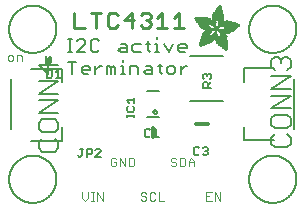
<source format=gbr>
G04 EAGLE Gerber RS-274X export*
G75*
%MOMM*%
%FSLAX34Y34*%
%LPD*%
%INSilkscreen Top*%
%IPPOS*%
%AMOC8*
5,1,8,0,0,1.08239X$1,22.5*%
G01*
%ADD10C,0.101600*%
%ADD11C,0.228600*%
%ADD12C,0.203200*%
%ADD13C,0.304800*%
%ADD14C,0.152400*%
%ADD15R,0.050800X0.006300*%
%ADD16R,0.082600X0.006400*%
%ADD17R,0.120600X0.006300*%
%ADD18R,0.139700X0.006400*%
%ADD19R,0.158800X0.006300*%
%ADD20R,0.177800X0.006400*%
%ADD21R,0.196800X0.006300*%
%ADD22R,0.215900X0.006400*%
%ADD23R,0.228600X0.006300*%
%ADD24R,0.241300X0.006400*%
%ADD25R,0.254000X0.006300*%
%ADD26R,0.266700X0.006400*%
%ADD27R,0.279400X0.006300*%
%ADD28R,0.285700X0.006400*%
%ADD29R,0.298400X0.006300*%
%ADD30R,0.311200X0.006400*%
%ADD31R,0.317500X0.006300*%
%ADD32R,0.330200X0.006400*%
%ADD33R,0.336600X0.006300*%
%ADD34R,0.349200X0.006400*%
%ADD35R,0.361900X0.006300*%
%ADD36R,0.368300X0.006400*%
%ADD37R,0.381000X0.006300*%
%ADD38R,0.387300X0.006400*%
%ADD39R,0.393700X0.006300*%
%ADD40R,0.406400X0.006400*%
%ADD41R,0.412700X0.006300*%
%ADD42R,0.419100X0.006400*%
%ADD43R,0.431800X0.006300*%
%ADD44R,0.438100X0.006400*%
%ADD45R,0.450800X0.006300*%
%ADD46R,0.457200X0.006400*%
%ADD47R,0.463500X0.006300*%
%ADD48R,0.476200X0.006400*%
%ADD49R,0.482600X0.006300*%
%ADD50R,0.488900X0.006400*%
%ADD51R,0.501600X0.006300*%
%ADD52R,0.508000X0.006400*%
%ADD53R,0.514300X0.006300*%
%ADD54R,0.527000X0.006400*%
%ADD55R,0.533400X0.006300*%
%ADD56R,0.546100X0.006400*%
%ADD57R,0.552400X0.006300*%
%ADD58R,0.558800X0.006400*%
%ADD59R,0.571500X0.006300*%
%ADD60R,0.577800X0.006400*%
%ADD61R,0.584200X0.006300*%
%ADD62R,0.596900X0.006400*%
%ADD63R,0.603200X0.006300*%
%ADD64R,0.609600X0.006400*%
%ADD65R,0.622300X0.006300*%
%ADD66R,0.628600X0.006400*%
%ADD67R,0.641300X0.006300*%
%ADD68R,0.647700X0.006400*%
%ADD69R,0.063500X0.006300*%
%ADD70R,0.654000X0.006300*%
%ADD71R,0.101600X0.006400*%
%ADD72R,0.666700X0.006400*%
%ADD73R,0.139700X0.006300*%
%ADD74R,0.673100X0.006300*%
%ADD75R,0.165100X0.006400*%
%ADD76R,0.679400X0.006400*%
%ADD77R,0.196900X0.006300*%
%ADD78R,0.692100X0.006300*%
%ADD79R,0.222200X0.006400*%
%ADD80R,0.698500X0.006400*%
%ADD81R,0.247700X0.006300*%
%ADD82R,0.704800X0.006300*%
%ADD83R,0.279400X0.006400*%
%ADD84R,0.717500X0.006400*%
%ADD85R,0.298500X0.006300*%
%ADD86R,0.723900X0.006300*%
%ADD87R,0.736600X0.006400*%
%ADD88R,0.342900X0.006300*%
%ADD89R,0.742900X0.006300*%
%ADD90R,0.374700X0.006400*%
%ADD91R,0.749300X0.006400*%
%ADD92R,0.762000X0.006300*%
%ADD93R,0.412700X0.006400*%
%ADD94R,0.768300X0.006400*%
%ADD95R,0.438100X0.006300*%
%ADD96R,0.774700X0.006300*%
%ADD97R,0.463600X0.006400*%
%ADD98R,0.787400X0.006400*%
%ADD99R,0.793700X0.006300*%
%ADD100R,0.495300X0.006400*%
%ADD101R,0.800100X0.006400*%
%ADD102R,0.520700X0.006300*%
%ADD103R,0.812800X0.006300*%
%ADD104R,0.533400X0.006400*%
%ADD105R,0.819100X0.006400*%
%ADD106R,0.558800X0.006300*%
%ADD107R,0.825500X0.006300*%
%ADD108R,0.577900X0.006400*%
%ADD109R,0.831800X0.006400*%
%ADD110R,0.596900X0.006300*%
%ADD111R,0.844500X0.006300*%
%ADD112R,0.616000X0.006400*%
%ADD113R,0.850900X0.006400*%
%ADD114R,0.635000X0.006300*%
%ADD115R,0.857200X0.006300*%
%ADD116R,0.654100X0.006400*%
%ADD117R,0.863600X0.006400*%
%ADD118R,0.666700X0.006300*%
%ADD119R,0.869900X0.006300*%
%ADD120R,0.685800X0.006400*%
%ADD121R,0.876300X0.006400*%
%ADD122R,0.882600X0.006300*%
%ADD123R,0.723900X0.006400*%
%ADD124R,0.889000X0.006400*%
%ADD125R,0.895300X0.006300*%
%ADD126R,0.755700X0.006400*%
%ADD127R,0.901700X0.006400*%
%ADD128R,0.908000X0.006300*%
%ADD129R,0.793800X0.006400*%
%ADD130R,0.914400X0.006400*%
%ADD131R,0.806400X0.006300*%
%ADD132R,0.920700X0.006300*%
%ADD133R,0.825500X0.006400*%
%ADD134R,0.927100X0.006400*%
%ADD135R,0.933400X0.006300*%
%ADD136R,0.857300X0.006400*%
%ADD137R,0.939800X0.006400*%
%ADD138R,0.870000X0.006300*%
%ADD139R,0.939800X0.006300*%
%ADD140R,0.946100X0.006400*%
%ADD141R,0.952500X0.006300*%
%ADD142R,0.908000X0.006400*%
%ADD143R,0.958800X0.006400*%
%ADD144R,0.965200X0.006300*%
%ADD145R,0.965200X0.006400*%
%ADD146R,0.971500X0.006300*%
%ADD147R,0.952500X0.006400*%
%ADD148R,0.977900X0.006400*%
%ADD149R,0.958800X0.006300*%
%ADD150R,0.984200X0.006300*%
%ADD151R,0.971500X0.006400*%
%ADD152R,0.984200X0.006400*%
%ADD153R,0.990600X0.006300*%
%ADD154R,0.984300X0.006400*%
%ADD155R,0.996900X0.006400*%
%ADD156R,0.997000X0.006300*%
%ADD157R,0.996900X0.006300*%
%ADD158R,1.003300X0.006400*%
%ADD159R,1.016000X0.006300*%
%ADD160R,1.009600X0.006300*%
%ADD161R,1.016000X0.006400*%
%ADD162R,1.009600X0.006400*%
%ADD163R,1.022300X0.006300*%
%ADD164R,1.028700X0.006400*%
%ADD165R,1.035100X0.006300*%
%ADD166R,1.047800X0.006400*%
%ADD167R,1.054100X0.006300*%
%ADD168R,1.028700X0.006300*%
%ADD169R,1.054100X0.006400*%
%ADD170R,1.035000X0.006400*%
%ADD171R,1.060400X0.006300*%
%ADD172R,1.035000X0.006300*%
%ADD173R,1.060500X0.006400*%
%ADD174R,1.041400X0.006400*%
%ADD175R,1.066800X0.006300*%
%ADD176R,1.041400X0.006300*%
%ADD177R,1.079500X0.006400*%
%ADD178R,1.047700X0.006400*%
%ADD179R,1.085900X0.006300*%
%ADD180R,1.047700X0.006300*%
%ADD181R,1.085800X0.006400*%
%ADD182R,1.092200X0.006300*%
%ADD183R,1.085900X0.006400*%
%ADD184R,1.098600X0.006300*%
%ADD185R,1.098600X0.006400*%
%ADD186R,1.060400X0.006400*%
%ADD187R,1.104900X0.006300*%
%ADD188R,1.104900X0.006400*%
%ADD189R,1.066800X0.006400*%
%ADD190R,1.111200X0.006300*%
%ADD191R,1.117600X0.006400*%
%ADD192R,1.117600X0.006300*%
%ADD193R,1.073100X0.006300*%
%ADD194R,1.073100X0.006400*%
%ADD195R,1.124000X0.006300*%
%ADD196R,1.079500X0.006300*%
%ADD197R,1.123900X0.006400*%
%ADD198R,1.130300X0.006300*%
%ADD199R,1.130300X0.006400*%
%ADD200R,1.136700X0.006400*%
%ADD201R,1.136700X0.006300*%
%ADD202R,1.085800X0.006300*%
%ADD203R,1.136600X0.006400*%
%ADD204R,1.136600X0.006300*%
%ADD205R,1.143000X0.006400*%
%ADD206R,1.143000X0.006300*%
%ADD207R,1.149400X0.006300*%
%ADD208R,1.149300X0.006300*%
%ADD209R,1.149300X0.006400*%
%ADD210R,1.149400X0.006400*%
%ADD211R,1.155700X0.006400*%
%ADD212R,1.155700X0.006300*%
%ADD213R,1.060500X0.006300*%
%ADD214R,2.197100X0.006400*%
%ADD215R,2.197100X0.006300*%
%ADD216R,2.184400X0.006300*%
%ADD217R,2.184400X0.006400*%
%ADD218R,2.171700X0.006400*%
%ADD219R,2.171700X0.006300*%
%ADD220R,1.530300X0.006400*%
%ADD221R,1.505000X0.006300*%
%ADD222R,1.492300X0.006400*%
%ADD223R,1.485900X0.006300*%
%ADD224R,0.565200X0.006300*%
%ADD225R,1.473200X0.006400*%
%ADD226R,0.565200X0.006400*%
%ADD227R,1.460500X0.006300*%
%ADD228R,1.454100X0.006400*%
%ADD229R,0.552400X0.006400*%
%ADD230R,1.441500X0.006300*%
%ADD231R,0.546100X0.006300*%
%ADD232R,1.435100X0.006400*%
%ADD233R,0.539800X0.006400*%
%ADD234R,1.428800X0.006300*%
%ADD235R,1.422400X0.006400*%
%ADD236R,1.409700X0.006300*%
%ADD237R,0.527100X0.006300*%
%ADD238R,1.403300X0.006400*%
%ADD239R,0.527100X0.006400*%
%ADD240R,1.390700X0.006300*%
%ADD241R,1.384300X0.006400*%
%ADD242R,0.520700X0.006400*%
%ADD243R,1.384300X0.006300*%
%ADD244R,0.514400X0.006300*%
%ADD245R,1.371600X0.006400*%
%ADD246R,1.365200X0.006300*%
%ADD247R,0.508000X0.006300*%
%ADD248R,1.352600X0.006400*%
%ADD249R,0.501700X0.006400*%
%ADD250R,0.711200X0.006300*%
%ADD251R,0.603300X0.006300*%
%ADD252R,0.501700X0.006300*%
%ADD253R,0.692100X0.006400*%
%ADD254R,0.571500X0.006400*%
%ADD255R,0.679400X0.006300*%
%ADD256R,0.495300X0.006300*%
%ADD257R,0.673100X0.006400*%
%ADD258R,0.666800X0.006300*%
%ADD259R,0.488900X0.006300*%
%ADD260R,0.660400X0.006400*%
%ADD261R,0.482600X0.006400*%
%ADD262R,0.476200X0.006300*%
%ADD263R,0.654000X0.006400*%
%ADD264R,0.469900X0.006400*%
%ADD265R,0.476300X0.006400*%
%ADD266R,0.647700X0.006300*%
%ADD267R,0.457200X0.006300*%
%ADD268R,0.469900X0.006300*%
%ADD269R,0.641300X0.006400*%
%ADD270R,0.444500X0.006400*%
%ADD271R,0.463600X0.006300*%
%ADD272R,0.635000X0.006400*%
%ADD273R,0.463500X0.006400*%
%ADD274R,0.393700X0.006400*%
%ADD275R,0.450800X0.006400*%
%ADD276R,0.628600X0.006300*%
%ADD277R,0.387400X0.006300*%
%ADD278R,0.450900X0.006300*%
%ADD279R,0.628700X0.006400*%
%ADD280R,0.374600X0.006400*%
%ADD281R,0.368300X0.006300*%
%ADD282R,0.438200X0.006300*%
%ADD283R,0.622300X0.006400*%
%ADD284R,0.355600X0.006400*%
%ADD285R,0.431800X0.006400*%
%ADD286R,0.349300X0.006300*%
%ADD287R,0.425400X0.006300*%
%ADD288R,0.615900X0.006300*%
%ADD289R,0.330200X0.006300*%
%ADD290R,0.419100X0.006300*%
%ADD291R,0.616000X0.006300*%
%ADD292R,0.311200X0.006300*%
%ADD293R,0.406400X0.006300*%
%ADD294R,0.615900X0.006400*%
%ADD295R,0.304800X0.006400*%
%ADD296R,0.158800X0.006400*%
%ADD297R,0.609600X0.006300*%
%ADD298R,0.292100X0.006300*%
%ADD299R,0.235000X0.006300*%
%ADD300R,0.387400X0.006400*%
%ADD301R,0.292100X0.006400*%
%ADD302R,0.336500X0.006300*%
%ADD303R,0.260400X0.006300*%
%ADD304R,0.603300X0.006400*%
%ADD305R,0.260400X0.006400*%
%ADD306R,0.362000X0.006400*%
%ADD307R,0.450900X0.006400*%
%ADD308R,0.355600X0.006300*%
%ADD309R,0.342900X0.006400*%
%ADD310R,0.514300X0.006400*%
%ADD311R,0.234900X0.006300*%
%ADD312R,0.539700X0.006300*%
%ADD313R,0.603200X0.006400*%
%ADD314R,0.234900X0.006400*%
%ADD315R,0.920700X0.006400*%
%ADD316R,0.958900X0.006400*%
%ADD317R,0.215900X0.006300*%
%ADD318R,0.209600X0.006400*%
%ADD319R,0.203200X0.006300*%
%ADD320R,1.003300X0.006300*%
%ADD321R,0.203200X0.006400*%
%ADD322R,0.196900X0.006400*%
%ADD323R,0.190500X0.006300*%
%ADD324R,0.190500X0.006400*%
%ADD325R,0.184200X0.006300*%
%ADD326R,0.590500X0.006400*%
%ADD327R,0.184200X0.006400*%
%ADD328R,0.590500X0.006300*%
%ADD329R,0.177800X0.006300*%
%ADD330R,0.584200X0.006400*%
%ADD331R,1.168400X0.006400*%
%ADD332R,0.171500X0.006300*%
%ADD333R,1.187500X0.006300*%
%ADD334R,1.200100X0.006400*%
%ADD335R,0.577800X0.006300*%
%ADD336R,1.212900X0.006300*%
%ADD337R,1.231900X0.006400*%
%ADD338R,1.250900X0.006300*%
%ADD339R,0.565100X0.006400*%
%ADD340R,0.184100X0.006400*%
%ADD341R,1.263700X0.006400*%
%ADD342R,0.565100X0.006300*%
%ADD343R,1.289100X0.006300*%
%ADD344R,1.314400X0.006400*%
%ADD345R,0.552500X0.006300*%
%ADD346R,1.568500X0.006300*%
%ADD347R,0.552500X0.006400*%
%ADD348R,1.581200X0.006400*%
%ADD349R,1.593800X0.006300*%
%ADD350R,1.606500X0.006400*%
%ADD351R,1.619300X0.006300*%
%ADD352R,0.514400X0.006400*%
%ADD353R,1.638300X0.006400*%
%ADD354R,1.657300X0.006300*%
%ADD355R,2.209800X0.006400*%
%ADD356R,2.425700X0.006300*%
%ADD357R,2.470100X0.006400*%
%ADD358R,2.501900X0.006300*%
%ADD359R,2.533700X0.006400*%
%ADD360R,2.559000X0.006300*%
%ADD361R,2.584500X0.006400*%
%ADD362R,2.609900X0.006300*%
%ADD363R,2.628900X0.006400*%
%ADD364R,2.660600X0.006300*%
%ADD365R,2.673400X0.006400*%
%ADD366R,1.422400X0.006300*%
%ADD367R,1.200200X0.006300*%
%ADD368R,1.365300X0.006300*%
%ADD369R,1.365300X0.006400*%
%ADD370R,1.352500X0.006300*%
%ADD371R,1.098500X0.006300*%
%ADD372R,1.358900X0.006400*%
%ADD373R,1.352600X0.006300*%
%ADD374R,1.358900X0.006300*%
%ADD375R,1.371600X0.006300*%
%ADD376R,1.377900X0.006400*%
%ADD377R,1.397000X0.006400*%
%ADD378R,1.403300X0.006300*%
%ADD379R,0.914400X0.006300*%
%ADD380R,0.876300X0.006300*%
%ADD381R,0.374600X0.006300*%
%ADD382R,1.073200X0.006400*%
%ADD383R,0.374700X0.006300*%
%ADD384R,0.844600X0.006400*%
%ADD385R,0.844600X0.006300*%
%ADD386R,0.831900X0.006400*%
%ADD387R,1.092200X0.006400*%
%ADD388R,0.400000X0.006300*%
%ADD389R,0.819200X0.006400*%
%ADD390R,1.111300X0.006400*%
%ADD391R,0.812800X0.006400*%
%ADD392R,0.800100X0.006300*%
%ADD393R,0.476300X0.006300*%
%ADD394R,1.181100X0.006300*%
%ADD395R,0.501600X0.006400*%
%ADD396R,1.193800X0.006400*%
%ADD397R,0.781000X0.006400*%
%ADD398R,1.238200X0.006400*%
%ADD399R,0.781100X0.006300*%
%ADD400R,1.257300X0.006300*%
%ADD401R,1.295400X0.006400*%
%ADD402R,1.333500X0.006300*%
%ADD403R,0.774700X0.006400*%
%ADD404R,1.866900X0.006400*%
%ADD405R,0.209600X0.006300*%
%ADD406R,1.866900X0.006300*%
%ADD407R,0.768400X0.006400*%
%ADD408R,0.209500X0.006400*%
%ADD409R,1.860600X0.006400*%
%ADD410R,0.762000X0.006400*%
%ADD411R,0.768400X0.006300*%
%ADD412R,1.860600X0.006300*%
%ADD413R,1.860500X0.006400*%
%ADD414R,0.222300X0.006300*%
%ADD415R,1.854200X0.006300*%
%ADD416R,0.235000X0.006400*%
%ADD417R,1.854200X0.006400*%
%ADD418R,0.768300X0.006300*%
%ADD419R,0.260300X0.006400*%
%ADD420R,1.847800X0.006400*%
%ADD421R,0.266700X0.006300*%
%ADD422R,1.847800X0.006300*%
%ADD423R,0.273100X0.006400*%
%ADD424R,1.841500X0.006400*%
%ADD425R,0.285800X0.006300*%
%ADD426R,1.841500X0.006300*%
%ADD427R,0.298500X0.006400*%
%ADD428R,1.835100X0.006400*%
%ADD429R,0.781000X0.006300*%
%ADD430R,0.304800X0.006300*%
%ADD431R,1.835100X0.006300*%
%ADD432R,0.317500X0.006400*%
%ADD433R,1.828800X0.006400*%
%ADD434R,0.787400X0.006300*%
%ADD435R,0.323800X0.006300*%
%ADD436R,1.828800X0.006300*%
%ADD437R,0.793700X0.006400*%
%ADD438R,1.822400X0.006400*%
%ADD439R,0.806500X0.006300*%
%ADD440R,1.822400X0.006300*%
%ADD441R,1.816100X0.006400*%
%ADD442R,0.819100X0.006300*%
%ADD443R,0.387300X0.006300*%
%ADD444R,1.816100X0.006300*%
%ADD445R,1.809800X0.006400*%
%ADD446R,1.803400X0.006300*%
%ADD447R,1.797000X0.006400*%
%ADD448R,0.901700X0.006300*%
%ADD449R,1.797000X0.006300*%
%ADD450R,1.441400X0.006400*%
%ADD451R,1.790700X0.006400*%
%ADD452R,1.447800X0.006300*%
%ADD453R,1.784300X0.006300*%
%ADD454R,1.447800X0.006400*%
%ADD455R,1.784300X0.006400*%
%ADD456R,1.454100X0.006300*%
%ADD457R,1.771700X0.006300*%
%ADD458R,1.460500X0.006400*%
%ADD459R,1.759000X0.006400*%
%ADD460R,1.466800X0.006300*%
%ADD461R,1.752600X0.006300*%
%ADD462R,1.466800X0.006400*%
%ADD463R,1.739900X0.006400*%
%ADD464R,1.473200X0.006300*%
%ADD465R,1.727200X0.006300*%
%ADD466R,1.479500X0.006400*%
%ADD467R,1.714500X0.006400*%
%ADD468R,1.695400X0.006300*%
%ADD469R,1.485900X0.006400*%
%ADD470R,1.682700X0.006400*%
%ADD471R,1.492200X0.006300*%
%ADD472R,1.663700X0.006300*%
%ADD473R,1.498600X0.006400*%
%ADD474R,1.644600X0.006400*%
%ADD475R,1.498600X0.006300*%
%ADD476R,1.619200X0.006300*%
%ADD477R,1.511300X0.006400*%
%ADD478R,1.600200X0.006400*%
%ADD479R,1.517700X0.006300*%
%ADD480R,1.574800X0.006300*%
%ADD481R,1.524000X0.006400*%
%ADD482R,1.555800X0.006400*%
%ADD483R,1.524000X0.006300*%
%ADD484R,1.536700X0.006300*%
%ADD485R,1.530400X0.006400*%
%ADD486R,1.517700X0.006400*%
%ADD487R,1.492300X0.006300*%
%ADD488R,1.549400X0.006400*%
%ADD489R,1.479600X0.006400*%
%ADD490R,1.549400X0.006300*%
%ADD491R,1.555700X0.006400*%
%ADD492R,1.562100X0.006300*%
%ADD493R,0.323900X0.006300*%
%ADD494R,1.568400X0.006400*%
%ADD495R,0.336600X0.006400*%
%ADD496R,1.587500X0.006300*%
%ADD497R,0.971600X0.006300*%
%ADD498R,0.349300X0.006400*%
%ADD499R,1.600200X0.006300*%
%ADD500R,0.920800X0.006300*%
%ADD501R,0.882700X0.006400*%
%ADD502R,1.612900X0.006300*%
%ADD503R,0.362000X0.006300*%
%ADD504R,1.625600X0.006400*%
%ADD505R,1.625600X0.006300*%
%ADD506R,1.644600X0.006300*%
%ADD507R,0.736600X0.006300*%
%ADD508R,0.717600X0.006400*%
%ADD509R,1.657400X0.006300*%
%ADD510R,0.679500X0.006300*%
%ADD511R,1.663700X0.006400*%
%ADD512R,0.400000X0.006400*%
%ADD513R,1.676400X0.006300*%
%ADD514R,1.676400X0.006400*%
%ADD515R,0.425500X0.006400*%
%ADD516R,1.352500X0.006400*%
%ADD517R,0.444500X0.006300*%
%ADD518R,0.361900X0.006400*%
%ADD519R,0.088900X0.006300*%
%ADD520R,1.009700X0.006300*%
%ADD521R,1.009700X0.006400*%
%ADD522R,1.022300X0.006400*%
%ADD523R,1.346200X0.006400*%
%ADD524R,1.346200X0.006300*%
%ADD525R,1.339900X0.006400*%
%ADD526R,1.035100X0.006400*%
%ADD527R,1.339800X0.006300*%
%ADD528R,1.333500X0.006400*%
%ADD529R,1.327200X0.006400*%
%ADD530R,1.320800X0.006300*%
%ADD531R,1.314500X0.006400*%
%ADD532R,1.314400X0.006300*%
%ADD533R,1.301700X0.006400*%
%ADD534R,1.295400X0.006300*%
%ADD535R,1.289000X0.006400*%
%ADD536R,1.276300X0.006300*%
%ADD537R,1.251000X0.006300*%
%ADD538R,1.244600X0.006400*%
%ADD539R,1.231900X0.006300*%
%ADD540R,1.212800X0.006400*%
%ADD541R,1.200100X0.006300*%
%ADD542R,1.187400X0.006400*%
%ADD543R,1.168400X0.006300*%
%ADD544R,1.047800X0.006300*%
%ADD545R,0.977900X0.006300*%
%ADD546R,0.946200X0.006400*%
%ADD547R,0.933400X0.006400*%
%ADD548R,0.895300X0.006400*%
%ADD549R,0.882700X0.006300*%
%ADD550R,0.863600X0.006300*%
%ADD551R,0.857200X0.006400*%
%ADD552R,0.850900X0.006300*%
%ADD553R,0.838200X0.006300*%
%ADD554R,0.806500X0.006400*%
%ADD555R,0.717600X0.006300*%
%ADD556R,0.711200X0.006400*%
%ADD557R,0.641400X0.006400*%
%ADD558R,0.641400X0.006300*%
%ADD559R,0.628700X0.006300*%
%ADD560R,0.590600X0.006300*%
%ADD561R,0.539700X0.006400*%
%ADD562R,0.285700X0.006300*%
%ADD563R,0.222200X0.006300*%
%ADD564R,0.171400X0.006300*%
%ADD565R,0.152400X0.006400*%
%ADD566R,0.133400X0.006300*%
%ADD567R,0.127000X0.762000*%

G36*
X40523Y123068D02*
X40523Y123068D01*
X40552Y123065D01*
X40644Y123085D01*
X40737Y123098D01*
X40764Y123111D01*
X40793Y123117D01*
X40873Y123165D01*
X40957Y123207D01*
X40978Y123228D01*
X41004Y123243D01*
X41065Y123315D01*
X41131Y123381D01*
X41144Y123407D01*
X41164Y123430D01*
X41199Y123517D01*
X41241Y123601D01*
X41245Y123631D01*
X41256Y123658D01*
X41274Y123825D01*
X41274Y128905D01*
X41269Y128934D01*
X41272Y128964D01*
X41250Y129055D01*
X41235Y129148D01*
X41221Y129174D01*
X41214Y129203D01*
X41163Y129282D01*
X41119Y129365D01*
X41098Y129386D01*
X41082Y129411D01*
X41009Y129470D01*
X40941Y129535D01*
X40914Y129547D01*
X40891Y129566D01*
X40803Y129599D01*
X40718Y129638D01*
X40688Y129641D01*
X40661Y129652D01*
X40567Y129655D01*
X40474Y129665D01*
X40444Y129659D01*
X40415Y129660D01*
X40325Y129633D01*
X40233Y129613D01*
X40208Y129598D01*
X40179Y129589D01*
X40037Y129499D01*
X36862Y126959D01*
X36793Y126882D01*
X36720Y126809D01*
X36711Y126792D01*
X36698Y126777D01*
X36656Y126681D01*
X36610Y126589D01*
X36608Y126569D01*
X36600Y126551D01*
X36591Y126448D01*
X36577Y126345D01*
X36581Y126326D01*
X36579Y126306D01*
X36604Y126205D01*
X36623Y126103D01*
X36633Y126086D01*
X36637Y126067D01*
X36693Y125980D01*
X36744Y125889D01*
X36761Y125872D01*
X36769Y125859D01*
X36794Y125839D01*
X36862Y125771D01*
X40037Y123231D01*
X40063Y123216D01*
X40085Y123196D01*
X40170Y123156D01*
X40252Y123110D01*
X40281Y123104D01*
X40308Y123092D01*
X40401Y123082D01*
X40493Y123064D01*
X40523Y123068D01*
G37*
D10*
X67364Y14357D02*
X67364Y9612D01*
X69737Y7239D01*
X72110Y9612D01*
X72110Y14357D01*
X74848Y7239D02*
X77221Y7239D01*
X76035Y7239D02*
X76035Y14357D01*
X77221Y14357D02*
X74848Y14357D01*
X79838Y14357D02*
X79838Y7239D01*
X84583Y7239D02*
X79838Y14357D01*
X84583Y14357D02*
X84583Y7239D01*
X172094Y14357D02*
X176839Y14357D01*
X172094Y14357D02*
X172094Y7239D01*
X176839Y7239D01*
X174467Y10798D02*
X172094Y10798D01*
X179578Y7239D02*
X179578Y14357D01*
X184323Y7239D01*
X184323Y14357D01*
X96262Y42381D02*
X95076Y43567D01*
X92703Y43567D01*
X91517Y42381D01*
X91517Y37635D01*
X92703Y36449D01*
X95076Y36449D01*
X96262Y37635D01*
X96262Y40008D01*
X93889Y40008D01*
X99001Y36449D02*
X99001Y43567D01*
X103746Y36449D01*
X103746Y43567D01*
X106485Y43567D02*
X106485Y36449D01*
X110044Y36449D01*
X111230Y37635D01*
X111230Y42381D01*
X110044Y43567D01*
X106485Y43567D01*
X120476Y14357D02*
X121662Y13171D01*
X120476Y14357D02*
X118103Y14357D01*
X116917Y13171D01*
X116917Y11984D01*
X118103Y10798D01*
X120476Y10798D01*
X121662Y9612D01*
X121662Y8425D01*
X120476Y7239D01*
X118103Y7239D01*
X116917Y8425D01*
X127960Y14357D02*
X129146Y13171D01*
X127960Y14357D02*
X125587Y14357D01*
X124401Y13171D01*
X124401Y8425D01*
X125587Y7239D01*
X127960Y7239D01*
X129146Y8425D01*
X131885Y7239D02*
X131885Y14357D01*
X131885Y7239D02*
X136630Y7239D01*
X147062Y42381D02*
X145876Y43567D01*
X143503Y43567D01*
X142317Y42381D01*
X142317Y41194D01*
X143503Y40008D01*
X145876Y40008D01*
X147062Y38822D01*
X147062Y37635D01*
X145876Y36449D01*
X143503Y36449D01*
X142317Y37635D01*
X149801Y36449D02*
X149801Y43567D01*
X149801Y36449D02*
X153360Y36449D01*
X154546Y37635D01*
X154546Y42381D01*
X153360Y43567D01*
X149801Y43567D01*
X157285Y41194D02*
X157285Y36449D01*
X157285Y41194D02*
X159658Y43567D01*
X162030Y41194D01*
X162030Y36449D01*
X162030Y40008D02*
X157285Y40008D01*
D11*
X60613Y153543D02*
X60613Y166508D01*
X60613Y153543D02*
X69257Y153543D01*
X78968Y153543D02*
X78968Y166508D01*
X83289Y166508D02*
X74646Y166508D01*
X95161Y166508D02*
X97322Y164347D01*
X95161Y166508D02*
X90840Y166508D01*
X88679Y164347D01*
X88679Y155704D01*
X90840Y153543D01*
X95161Y153543D01*
X97322Y155704D01*
X109194Y153543D02*
X109194Y166508D01*
X102712Y160026D01*
X111355Y160026D01*
X116744Y164347D02*
X118905Y166508D01*
X123227Y166508D01*
X125388Y164347D01*
X125388Y162186D01*
X123227Y160026D01*
X121066Y160026D01*
X123227Y160026D02*
X125388Y157865D01*
X125388Y155704D01*
X123227Y153543D01*
X118905Y153543D01*
X116744Y155704D01*
X130777Y162186D02*
X135099Y166508D01*
X135099Y153543D01*
X130777Y153543D02*
X139421Y153543D01*
X144810Y162186D02*
X149132Y166508D01*
X149132Y153543D01*
X153453Y153543D02*
X144810Y153543D01*
D12*
X58632Y133096D02*
X55073Y133096D01*
X56853Y133096D02*
X56853Y143773D01*
X58632Y143773D02*
X55073Y143773D01*
X62869Y133096D02*
X69987Y133096D01*
X62869Y133096D02*
X69987Y140214D01*
X69987Y141994D01*
X68208Y143773D01*
X64649Y143773D01*
X62869Y141994D01*
X79902Y143773D02*
X81681Y141994D01*
X79902Y143773D02*
X76342Y143773D01*
X74563Y141994D01*
X74563Y134876D01*
X76342Y133096D01*
X79902Y133096D01*
X81681Y134876D01*
X99730Y140214D02*
X103289Y140214D01*
X105069Y138435D01*
X105069Y133096D01*
X99730Y133096D01*
X97951Y134876D01*
X99730Y136655D01*
X105069Y136655D01*
X111424Y140214D02*
X116763Y140214D01*
X111424Y140214D02*
X109645Y138435D01*
X109645Y134876D01*
X111424Y133096D01*
X116763Y133096D01*
X123118Y134876D02*
X123118Y141994D01*
X123118Y134876D02*
X124898Y133096D01*
X124898Y140214D02*
X121339Y140214D01*
X129135Y140214D02*
X130914Y140214D01*
X130914Y133096D01*
X129135Y133096D02*
X132694Y133096D01*
X130914Y143773D02*
X130914Y145553D01*
X136931Y140214D02*
X140490Y133096D01*
X144049Y140214D01*
X150404Y133096D02*
X153963Y133096D01*
X150404Y133096D02*
X148625Y134876D01*
X148625Y138435D01*
X150404Y140214D01*
X153963Y140214D01*
X155743Y138435D01*
X155743Y136655D01*
X148625Y136655D01*
X58632Y124723D02*
X58632Y114046D01*
X55073Y124723D02*
X62191Y124723D01*
X68547Y114046D02*
X72106Y114046D01*
X68547Y114046D02*
X66767Y115826D01*
X66767Y119385D01*
X68547Y121164D01*
X72106Y121164D01*
X73885Y119385D01*
X73885Y117605D01*
X66767Y117605D01*
X78461Y114046D02*
X78461Y121164D01*
X78461Y117605D02*
X82020Y121164D01*
X83800Y121164D01*
X88206Y121164D02*
X88206Y114046D01*
X88206Y121164D02*
X89985Y121164D01*
X91765Y119385D01*
X91765Y114046D01*
X91765Y119385D02*
X93545Y121164D01*
X95324Y119385D01*
X95324Y114046D01*
X99900Y121164D02*
X101679Y121164D01*
X101679Y114046D01*
X99900Y114046D02*
X103459Y114046D01*
X101679Y124723D02*
X101679Y126503D01*
X107696Y121164D02*
X107696Y114046D01*
X107696Y121164D02*
X113034Y121164D01*
X114814Y119385D01*
X114814Y114046D01*
X121169Y121164D02*
X124728Y121164D01*
X126508Y119385D01*
X126508Y114046D01*
X121169Y114046D01*
X119390Y115826D01*
X121169Y117605D01*
X126508Y117605D01*
X132863Y115826D02*
X132863Y122944D01*
X132863Y115826D02*
X134643Y114046D01*
X134643Y121164D02*
X131084Y121164D01*
X140659Y114046D02*
X144218Y114046D01*
X145998Y115826D01*
X145998Y119385D01*
X144218Y121164D01*
X140659Y121164D01*
X138880Y119385D01*
X138880Y115826D01*
X140659Y114046D01*
X150574Y114046D02*
X150574Y121164D01*
X150574Y117605D02*
X154133Y121164D01*
X155912Y121164D01*
D10*
X7877Y125603D02*
X5504Y125603D01*
X7877Y125603D02*
X9063Y126789D01*
X9063Y129162D01*
X7877Y130348D01*
X5504Y130348D01*
X4318Y129162D01*
X4318Y126789D01*
X5504Y125603D01*
X11802Y125603D02*
X11802Y130348D01*
X15361Y130348D01*
X16548Y129162D01*
X16548Y125603D01*
D13*
X163195Y72390D02*
X173355Y72390D01*
D14*
X164994Y52584D02*
X166095Y51482D01*
X164994Y52584D02*
X162790Y52584D01*
X161689Y51482D01*
X161689Y47076D01*
X162790Y45974D01*
X164994Y45974D01*
X166095Y47076D01*
X169173Y51482D02*
X170274Y52584D01*
X172478Y52584D01*
X173579Y51482D01*
X173579Y50380D01*
X172478Y49279D01*
X171376Y49279D01*
X172478Y49279D02*
X173579Y48177D01*
X173579Y47076D01*
X172478Y45974D01*
X170274Y45974D01*
X169173Y47076D01*
D13*
X127000Y60770D02*
X127000Y68770D01*
D14*
X124820Y66722D02*
X123719Y67824D01*
X121515Y67824D01*
X120414Y66722D01*
X120414Y62316D01*
X121515Y61214D01*
X123719Y61214D01*
X124820Y62316D01*
X127898Y65620D02*
X130101Y67824D01*
X130101Y61214D01*
X127898Y61214D02*
X132304Y61214D01*
D12*
X158720Y129490D02*
X186720Y129490D01*
X186720Y91490D02*
X158720Y91490D01*
D14*
X169668Y102872D02*
X176278Y102872D01*
X169668Y102872D02*
X169668Y106177D01*
X170770Y107278D01*
X172973Y107278D01*
X174075Y106177D01*
X174075Y102872D01*
X174075Y105075D02*
X176278Y107278D01*
X170770Y110356D02*
X169668Y111458D01*
X169668Y113661D01*
X170770Y114763D01*
X171872Y114763D01*
X172973Y113661D01*
X172973Y112559D01*
X172973Y113661D02*
X174075Y114763D01*
X175176Y114763D01*
X176278Y113661D01*
X176278Y111458D01*
X175176Y110356D01*
D12*
X5400Y152400D02*
X5406Y152891D01*
X5424Y153381D01*
X5454Y153871D01*
X5496Y154360D01*
X5550Y154848D01*
X5616Y155335D01*
X5694Y155819D01*
X5784Y156302D01*
X5886Y156782D01*
X5999Y157260D01*
X6124Y157734D01*
X6261Y158206D01*
X6409Y158674D01*
X6569Y159138D01*
X6740Y159598D01*
X6922Y160054D01*
X7116Y160505D01*
X7320Y160951D01*
X7536Y161392D01*
X7762Y161828D01*
X7998Y162258D01*
X8245Y162682D01*
X8503Y163100D01*
X8771Y163511D01*
X9048Y163916D01*
X9336Y164314D01*
X9633Y164705D01*
X9940Y165088D01*
X10256Y165463D01*
X10581Y165831D01*
X10915Y166191D01*
X11258Y166542D01*
X11609Y166885D01*
X11969Y167219D01*
X12337Y167544D01*
X12712Y167860D01*
X13095Y168167D01*
X13486Y168464D01*
X13884Y168752D01*
X14289Y169029D01*
X14700Y169297D01*
X15118Y169555D01*
X15542Y169802D01*
X15972Y170038D01*
X16408Y170264D01*
X16849Y170480D01*
X17295Y170684D01*
X17746Y170878D01*
X18202Y171060D01*
X18662Y171231D01*
X19126Y171391D01*
X19594Y171539D01*
X20066Y171676D01*
X20540Y171801D01*
X21018Y171914D01*
X21498Y172016D01*
X21981Y172106D01*
X22465Y172184D01*
X22952Y172250D01*
X23440Y172304D01*
X23929Y172346D01*
X24419Y172376D01*
X24909Y172394D01*
X25400Y172400D01*
X25891Y172394D01*
X26381Y172376D01*
X26871Y172346D01*
X27360Y172304D01*
X27848Y172250D01*
X28335Y172184D01*
X28819Y172106D01*
X29302Y172016D01*
X29782Y171914D01*
X30260Y171801D01*
X30734Y171676D01*
X31206Y171539D01*
X31674Y171391D01*
X32138Y171231D01*
X32598Y171060D01*
X33054Y170878D01*
X33505Y170684D01*
X33951Y170480D01*
X34392Y170264D01*
X34828Y170038D01*
X35258Y169802D01*
X35682Y169555D01*
X36100Y169297D01*
X36511Y169029D01*
X36916Y168752D01*
X37314Y168464D01*
X37705Y168167D01*
X38088Y167860D01*
X38463Y167544D01*
X38831Y167219D01*
X39191Y166885D01*
X39542Y166542D01*
X39885Y166191D01*
X40219Y165831D01*
X40544Y165463D01*
X40860Y165088D01*
X41167Y164705D01*
X41464Y164314D01*
X41752Y163916D01*
X42029Y163511D01*
X42297Y163100D01*
X42555Y162682D01*
X42802Y162258D01*
X43038Y161828D01*
X43264Y161392D01*
X43480Y160951D01*
X43684Y160505D01*
X43878Y160054D01*
X44060Y159598D01*
X44231Y159138D01*
X44391Y158674D01*
X44539Y158206D01*
X44676Y157734D01*
X44801Y157260D01*
X44914Y156782D01*
X45016Y156302D01*
X45106Y155819D01*
X45184Y155335D01*
X45250Y154848D01*
X45304Y154360D01*
X45346Y153871D01*
X45376Y153381D01*
X45394Y152891D01*
X45400Y152400D01*
X45394Y151909D01*
X45376Y151419D01*
X45346Y150929D01*
X45304Y150440D01*
X45250Y149952D01*
X45184Y149465D01*
X45106Y148981D01*
X45016Y148498D01*
X44914Y148018D01*
X44801Y147540D01*
X44676Y147066D01*
X44539Y146594D01*
X44391Y146126D01*
X44231Y145662D01*
X44060Y145202D01*
X43878Y144746D01*
X43684Y144295D01*
X43480Y143849D01*
X43264Y143408D01*
X43038Y142972D01*
X42802Y142542D01*
X42555Y142118D01*
X42297Y141700D01*
X42029Y141289D01*
X41752Y140884D01*
X41464Y140486D01*
X41167Y140095D01*
X40860Y139712D01*
X40544Y139337D01*
X40219Y138969D01*
X39885Y138609D01*
X39542Y138258D01*
X39191Y137915D01*
X38831Y137581D01*
X38463Y137256D01*
X38088Y136940D01*
X37705Y136633D01*
X37314Y136336D01*
X36916Y136048D01*
X36511Y135771D01*
X36100Y135503D01*
X35682Y135245D01*
X35258Y134998D01*
X34828Y134762D01*
X34392Y134536D01*
X33951Y134320D01*
X33505Y134116D01*
X33054Y133922D01*
X32598Y133740D01*
X32138Y133569D01*
X31674Y133409D01*
X31206Y133261D01*
X30734Y133124D01*
X30260Y132999D01*
X29782Y132886D01*
X29302Y132784D01*
X28819Y132694D01*
X28335Y132616D01*
X27848Y132550D01*
X27360Y132496D01*
X26871Y132454D01*
X26381Y132424D01*
X25891Y132406D01*
X25400Y132400D01*
X24909Y132406D01*
X24419Y132424D01*
X23929Y132454D01*
X23440Y132496D01*
X22952Y132550D01*
X22465Y132616D01*
X21981Y132694D01*
X21498Y132784D01*
X21018Y132886D01*
X20540Y132999D01*
X20066Y133124D01*
X19594Y133261D01*
X19126Y133409D01*
X18662Y133569D01*
X18202Y133740D01*
X17746Y133922D01*
X17295Y134116D01*
X16849Y134320D01*
X16408Y134536D01*
X15972Y134762D01*
X15542Y134998D01*
X15118Y135245D01*
X14700Y135503D01*
X14289Y135771D01*
X13884Y136048D01*
X13486Y136336D01*
X13095Y136633D01*
X12712Y136940D01*
X12337Y137256D01*
X11969Y137581D01*
X11609Y137915D01*
X11258Y138258D01*
X10915Y138609D01*
X10581Y138969D01*
X10256Y139337D01*
X9940Y139712D01*
X9633Y140095D01*
X9336Y140486D01*
X9048Y140884D01*
X8771Y141289D01*
X8503Y141700D01*
X8245Y142118D01*
X7998Y142542D01*
X7762Y142972D01*
X7536Y143408D01*
X7320Y143849D01*
X7116Y144295D01*
X6922Y144746D01*
X6740Y145202D01*
X6569Y145662D01*
X6409Y146126D01*
X6261Y146594D01*
X6124Y147066D01*
X5999Y147540D01*
X5886Y148018D01*
X5784Y148498D01*
X5694Y148981D01*
X5616Y149465D01*
X5550Y149952D01*
X5496Y150440D01*
X5454Y150929D01*
X5424Y151419D01*
X5406Y151909D01*
X5400Y152400D01*
X208600Y152400D02*
X208606Y152891D01*
X208624Y153381D01*
X208654Y153871D01*
X208696Y154360D01*
X208750Y154848D01*
X208816Y155335D01*
X208894Y155819D01*
X208984Y156302D01*
X209086Y156782D01*
X209199Y157260D01*
X209324Y157734D01*
X209461Y158206D01*
X209609Y158674D01*
X209769Y159138D01*
X209940Y159598D01*
X210122Y160054D01*
X210316Y160505D01*
X210520Y160951D01*
X210736Y161392D01*
X210962Y161828D01*
X211198Y162258D01*
X211445Y162682D01*
X211703Y163100D01*
X211971Y163511D01*
X212248Y163916D01*
X212536Y164314D01*
X212833Y164705D01*
X213140Y165088D01*
X213456Y165463D01*
X213781Y165831D01*
X214115Y166191D01*
X214458Y166542D01*
X214809Y166885D01*
X215169Y167219D01*
X215537Y167544D01*
X215912Y167860D01*
X216295Y168167D01*
X216686Y168464D01*
X217084Y168752D01*
X217489Y169029D01*
X217900Y169297D01*
X218318Y169555D01*
X218742Y169802D01*
X219172Y170038D01*
X219608Y170264D01*
X220049Y170480D01*
X220495Y170684D01*
X220946Y170878D01*
X221402Y171060D01*
X221862Y171231D01*
X222326Y171391D01*
X222794Y171539D01*
X223266Y171676D01*
X223740Y171801D01*
X224218Y171914D01*
X224698Y172016D01*
X225181Y172106D01*
X225665Y172184D01*
X226152Y172250D01*
X226640Y172304D01*
X227129Y172346D01*
X227619Y172376D01*
X228109Y172394D01*
X228600Y172400D01*
X229091Y172394D01*
X229581Y172376D01*
X230071Y172346D01*
X230560Y172304D01*
X231048Y172250D01*
X231535Y172184D01*
X232019Y172106D01*
X232502Y172016D01*
X232982Y171914D01*
X233460Y171801D01*
X233934Y171676D01*
X234406Y171539D01*
X234874Y171391D01*
X235338Y171231D01*
X235798Y171060D01*
X236254Y170878D01*
X236705Y170684D01*
X237151Y170480D01*
X237592Y170264D01*
X238028Y170038D01*
X238458Y169802D01*
X238882Y169555D01*
X239300Y169297D01*
X239711Y169029D01*
X240116Y168752D01*
X240514Y168464D01*
X240905Y168167D01*
X241288Y167860D01*
X241663Y167544D01*
X242031Y167219D01*
X242391Y166885D01*
X242742Y166542D01*
X243085Y166191D01*
X243419Y165831D01*
X243744Y165463D01*
X244060Y165088D01*
X244367Y164705D01*
X244664Y164314D01*
X244952Y163916D01*
X245229Y163511D01*
X245497Y163100D01*
X245755Y162682D01*
X246002Y162258D01*
X246238Y161828D01*
X246464Y161392D01*
X246680Y160951D01*
X246884Y160505D01*
X247078Y160054D01*
X247260Y159598D01*
X247431Y159138D01*
X247591Y158674D01*
X247739Y158206D01*
X247876Y157734D01*
X248001Y157260D01*
X248114Y156782D01*
X248216Y156302D01*
X248306Y155819D01*
X248384Y155335D01*
X248450Y154848D01*
X248504Y154360D01*
X248546Y153871D01*
X248576Y153381D01*
X248594Y152891D01*
X248600Y152400D01*
X248594Y151909D01*
X248576Y151419D01*
X248546Y150929D01*
X248504Y150440D01*
X248450Y149952D01*
X248384Y149465D01*
X248306Y148981D01*
X248216Y148498D01*
X248114Y148018D01*
X248001Y147540D01*
X247876Y147066D01*
X247739Y146594D01*
X247591Y146126D01*
X247431Y145662D01*
X247260Y145202D01*
X247078Y144746D01*
X246884Y144295D01*
X246680Y143849D01*
X246464Y143408D01*
X246238Y142972D01*
X246002Y142542D01*
X245755Y142118D01*
X245497Y141700D01*
X245229Y141289D01*
X244952Y140884D01*
X244664Y140486D01*
X244367Y140095D01*
X244060Y139712D01*
X243744Y139337D01*
X243419Y138969D01*
X243085Y138609D01*
X242742Y138258D01*
X242391Y137915D01*
X242031Y137581D01*
X241663Y137256D01*
X241288Y136940D01*
X240905Y136633D01*
X240514Y136336D01*
X240116Y136048D01*
X239711Y135771D01*
X239300Y135503D01*
X238882Y135245D01*
X238458Y134998D01*
X238028Y134762D01*
X237592Y134536D01*
X237151Y134320D01*
X236705Y134116D01*
X236254Y133922D01*
X235798Y133740D01*
X235338Y133569D01*
X234874Y133409D01*
X234406Y133261D01*
X233934Y133124D01*
X233460Y132999D01*
X232982Y132886D01*
X232502Y132784D01*
X232019Y132694D01*
X231535Y132616D01*
X231048Y132550D01*
X230560Y132496D01*
X230071Y132454D01*
X229581Y132424D01*
X229091Y132406D01*
X228600Y132400D01*
X228109Y132406D01*
X227619Y132424D01*
X227129Y132454D01*
X226640Y132496D01*
X226152Y132550D01*
X225665Y132616D01*
X225181Y132694D01*
X224698Y132784D01*
X224218Y132886D01*
X223740Y132999D01*
X223266Y133124D01*
X222794Y133261D01*
X222326Y133409D01*
X221862Y133569D01*
X221402Y133740D01*
X220946Y133922D01*
X220495Y134116D01*
X220049Y134320D01*
X219608Y134536D01*
X219172Y134762D01*
X218742Y134998D01*
X218318Y135245D01*
X217900Y135503D01*
X217489Y135771D01*
X217084Y136048D01*
X216686Y136336D01*
X216295Y136633D01*
X215912Y136940D01*
X215537Y137256D01*
X215169Y137581D01*
X214809Y137915D01*
X214458Y138258D01*
X214115Y138609D01*
X213781Y138969D01*
X213456Y139337D01*
X213140Y139712D01*
X212833Y140095D01*
X212536Y140486D01*
X212248Y140884D01*
X211971Y141289D01*
X211703Y141700D01*
X211445Y142118D01*
X211198Y142542D01*
X210962Y142972D01*
X210736Y143408D01*
X210520Y143849D01*
X210316Y144295D01*
X210122Y144746D01*
X209940Y145202D01*
X209769Y145662D01*
X209609Y146126D01*
X209461Y146594D01*
X209324Y147066D01*
X209199Y147540D01*
X209086Y148018D01*
X208984Y148498D01*
X208894Y148981D01*
X208816Y149465D01*
X208750Y149952D01*
X208696Y150440D01*
X208654Y150929D01*
X208624Y151419D01*
X208606Y151909D01*
X208600Y152400D01*
D14*
X203920Y58900D02*
X229920Y58900D01*
X203920Y58900D02*
X203920Y69900D01*
X203920Y107900D02*
X203920Y119900D01*
X229920Y119900D01*
X246920Y109900D02*
X246920Y67900D01*
X230210Y63399D02*
X227498Y60687D01*
X227498Y55264D01*
X230210Y52552D01*
X241056Y52552D01*
X243768Y55264D01*
X243768Y60687D01*
X241056Y63399D01*
X227498Y71635D02*
X227498Y77059D01*
X227498Y71635D02*
X230210Y68924D01*
X241056Y68924D01*
X243768Y71635D01*
X243768Y77059D01*
X241056Y79770D01*
X230210Y79770D01*
X227498Y77059D01*
X227498Y85295D02*
X243768Y85295D01*
X243768Y96142D02*
X227498Y85295D01*
X227498Y96142D02*
X243768Y96142D01*
X243768Y101667D02*
X227498Y101667D01*
X243768Y112513D01*
X227498Y112513D01*
X230210Y118038D02*
X227498Y120750D01*
X227498Y126173D01*
X230210Y128885D01*
X232921Y128885D01*
X235633Y126173D01*
X235633Y123462D01*
X235633Y126173D02*
X238345Y128885D01*
X241056Y128885D01*
X243768Y126173D01*
X243768Y120750D01*
X241056Y118038D01*
X50080Y118900D02*
X24080Y118900D01*
X50080Y118900D02*
X50080Y107900D01*
X50080Y69900D02*
X50080Y57900D01*
X24080Y57900D01*
X7080Y67900D02*
X7080Y109900D01*
X33250Y59571D02*
X30538Y56859D01*
X30538Y51436D01*
X33250Y48724D01*
X44096Y48724D01*
X46808Y51436D01*
X46808Y56859D01*
X44096Y59571D01*
X30538Y67807D02*
X30538Y73231D01*
X30538Y67807D02*
X33250Y65096D01*
X44096Y65096D01*
X46808Y67807D01*
X46808Y73231D01*
X44096Y75942D01*
X33250Y75942D01*
X30538Y73231D01*
X30538Y81467D02*
X46808Y81467D01*
X46808Y92314D02*
X30538Y81467D01*
X30538Y92314D02*
X46808Y92314D01*
X46808Y97839D02*
X30538Y97839D01*
X46808Y108685D01*
X30538Y108685D01*
X30538Y122345D02*
X46808Y122345D01*
X38673Y114210D02*
X30538Y122345D01*
X38673Y125057D02*
X38673Y114210D01*
D12*
X5400Y25400D02*
X5406Y25891D01*
X5424Y26381D01*
X5454Y26871D01*
X5496Y27360D01*
X5550Y27848D01*
X5616Y28335D01*
X5694Y28819D01*
X5784Y29302D01*
X5886Y29782D01*
X5999Y30260D01*
X6124Y30734D01*
X6261Y31206D01*
X6409Y31674D01*
X6569Y32138D01*
X6740Y32598D01*
X6922Y33054D01*
X7116Y33505D01*
X7320Y33951D01*
X7536Y34392D01*
X7762Y34828D01*
X7998Y35258D01*
X8245Y35682D01*
X8503Y36100D01*
X8771Y36511D01*
X9048Y36916D01*
X9336Y37314D01*
X9633Y37705D01*
X9940Y38088D01*
X10256Y38463D01*
X10581Y38831D01*
X10915Y39191D01*
X11258Y39542D01*
X11609Y39885D01*
X11969Y40219D01*
X12337Y40544D01*
X12712Y40860D01*
X13095Y41167D01*
X13486Y41464D01*
X13884Y41752D01*
X14289Y42029D01*
X14700Y42297D01*
X15118Y42555D01*
X15542Y42802D01*
X15972Y43038D01*
X16408Y43264D01*
X16849Y43480D01*
X17295Y43684D01*
X17746Y43878D01*
X18202Y44060D01*
X18662Y44231D01*
X19126Y44391D01*
X19594Y44539D01*
X20066Y44676D01*
X20540Y44801D01*
X21018Y44914D01*
X21498Y45016D01*
X21981Y45106D01*
X22465Y45184D01*
X22952Y45250D01*
X23440Y45304D01*
X23929Y45346D01*
X24419Y45376D01*
X24909Y45394D01*
X25400Y45400D01*
X25891Y45394D01*
X26381Y45376D01*
X26871Y45346D01*
X27360Y45304D01*
X27848Y45250D01*
X28335Y45184D01*
X28819Y45106D01*
X29302Y45016D01*
X29782Y44914D01*
X30260Y44801D01*
X30734Y44676D01*
X31206Y44539D01*
X31674Y44391D01*
X32138Y44231D01*
X32598Y44060D01*
X33054Y43878D01*
X33505Y43684D01*
X33951Y43480D01*
X34392Y43264D01*
X34828Y43038D01*
X35258Y42802D01*
X35682Y42555D01*
X36100Y42297D01*
X36511Y42029D01*
X36916Y41752D01*
X37314Y41464D01*
X37705Y41167D01*
X38088Y40860D01*
X38463Y40544D01*
X38831Y40219D01*
X39191Y39885D01*
X39542Y39542D01*
X39885Y39191D01*
X40219Y38831D01*
X40544Y38463D01*
X40860Y38088D01*
X41167Y37705D01*
X41464Y37314D01*
X41752Y36916D01*
X42029Y36511D01*
X42297Y36100D01*
X42555Y35682D01*
X42802Y35258D01*
X43038Y34828D01*
X43264Y34392D01*
X43480Y33951D01*
X43684Y33505D01*
X43878Y33054D01*
X44060Y32598D01*
X44231Y32138D01*
X44391Y31674D01*
X44539Y31206D01*
X44676Y30734D01*
X44801Y30260D01*
X44914Y29782D01*
X45016Y29302D01*
X45106Y28819D01*
X45184Y28335D01*
X45250Y27848D01*
X45304Y27360D01*
X45346Y26871D01*
X45376Y26381D01*
X45394Y25891D01*
X45400Y25400D01*
X45394Y24909D01*
X45376Y24419D01*
X45346Y23929D01*
X45304Y23440D01*
X45250Y22952D01*
X45184Y22465D01*
X45106Y21981D01*
X45016Y21498D01*
X44914Y21018D01*
X44801Y20540D01*
X44676Y20066D01*
X44539Y19594D01*
X44391Y19126D01*
X44231Y18662D01*
X44060Y18202D01*
X43878Y17746D01*
X43684Y17295D01*
X43480Y16849D01*
X43264Y16408D01*
X43038Y15972D01*
X42802Y15542D01*
X42555Y15118D01*
X42297Y14700D01*
X42029Y14289D01*
X41752Y13884D01*
X41464Y13486D01*
X41167Y13095D01*
X40860Y12712D01*
X40544Y12337D01*
X40219Y11969D01*
X39885Y11609D01*
X39542Y11258D01*
X39191Y10915D01*
X38831Y10581D01*
X38463Y10256D01*
X38088Y9940D01*
X37705Y9633D01*
X37314Y9336D01*
X36916Y9048D01*
X36511Y8771D01*
X36100Y8503D01*
X35682Y8245D01*
X35258Y7998D01*
X34828Y7762D01*
X34392Y7536D01*
X33951Y7320D01*
X33505Y7116D01*
X33054Y6922D01*
X32598Y6740D01*
X32138Y6569D01*
X31674Y6409D01*
X31206Y6261D01*
X30734Y6124D01*
X30260Y5999D01*
X29782Y5886D01*
X29302Y5784D01*
X28819Y5694D01*
X28335Y5616D01*
X27848Y5550D01*
X27360Y5496D01*
X26871Y5454D01*
X26381Y5424D01*
X25891Y5406D01*
X25400Y5400D01*
X24909Y5406D01*
X24419Y5424D01*
X23929Y5454D01*
X23440Y5496D01*
X22952Y5550D01*
X22465Y5616D01*
X21981Y5694D01*
X21498Y5784D01*
X21018Y5886D01*
X20540Y5999D01*
X20066Y6124D01*
X19594Y6261D01*
X19126Y6409D01*
X18662Y6569D01*
X18202Y6740D01*
X17746Y6922D01*
X17295Y7116D01*
X16849Y7320D01*
X16408Y7536D01*
X15972Y7762D01*
X15542Y7998D01*
X15118Y8245D01*
X14700Y8503D01*
X14289Y8771D01*
X13884Y9048D01*
X13486Y9336D01*
X13095Y9633D01*
X12712Y9940D01*
X12337Y10256D01*
X11969Y10581D01*
X11609Y10915D01*
X11258Y11258D01*
X10915Y11609D01*
X10581Y11969D01*
X10256Y12337D01*
X9940Y12712D01*
X9633Y13095D01*
X9336Y13486D01*
X9048Y13884D01*
X8771Y14289D01*
X8503Y14700D01*
X8245Y15118D01*
X7998Y15542D01*
X7762Y15972D01*
X7536Y16408D01*
X7320Y16849D01*
X7116Y17295D01*
X6922Y17746D01*
X6740Y18202D01*
X6569Y18662D01*
X6409Y19126D01*
X6261Y19594D01*
X6124Y20066D01*
X5999Y20540D01*
X5886Y21018D01*
X5784Y21498D01*
X5694Y21981D01*
X5616Y22465D01*
X5550Y22952D01*
X5496Y23440D01*
X5454Y23929D01*
X5424Y24419D01*
X5406Y24909D01*
X5400Y25400D01*
X208600Y25400D02*
X208606Y25891D01*
X208624Y26381D01*
X208654Y26871D01*
X208696Y27360D01*
X208750Y27848D01*
X208816Y28335D01*
X208894Y28819D01*
X208984Y29302D01*
X209086Y29782D01*
X209199Y30260D01*
X209324Y30734D01*
X209461Y31206D01*
X209609Y31674D01*
X209769Y32138D01*
X209940Y32598D01*
X210122Y33054D01*
X210316Y33505D01*
X210520Y33951D01*
X210736Y34392D01*
X210962Y34828D01*
X211198Y35258D01*
X211445Y35682D01*
X211703Y36100D01*
X211971Y36511D01*
X212248Y36916D01*
X212536Y37314D01*
X212833Y37705D01*
X213140Y38088D01*
X213456Y38463D01*
X213781Y38831D01*
X214115Y39191D01*
X214458Y39542D01*
X214809Y39885D01*
X215169Y40219D01*
X215537Y40544D01*
X215912Y40860D01*
X216295Y41167D01*
X216686Y41464D01*
X217084Y41752D01*
X217489Y42029D01*
X217900Y42297D01*
X218318Y42555D01*
X218742Y42802D01*
X219172Y43038D01*
X219608Y43264D01*
X220049Y43480D01*
X220495Y43684D01*
X220946Y43878D01*
X221402Y44060D01*
X221862Y44231D01*
X222326Y44391D01*
X222794Y44539D01*
X223266Y44676D01*
X223740Y44801D01*
X224218Y44914D01*
X224698Y45016D01*
X225181Y45106D01*
X225665Y45184D01*
X226152Y45250D01*
X226640Y45304D01*
X227129Y45346D01*
X227619Y45376D01*
X228109Y45394D01*
X228600Y45400D01*
X229091Y45394D01*
X229581Y45376D01*
X230071Y45346D01*
X230560Y45304D01*
X231048Y45250D01*
X231535Y45184D01*
X232019Y45106D01*
X232502Y45016D01*
X232982Y44914D01*
X233460Y44801D01*
X233934Y44676D01*
X234406Y44539D01*
X234874Y44391D01*
X235338Y44231D01*
X235798Y44060D01*
X236254Y43878D01*
X236705Y43684D01*
X237151Y43480D01*
X237592Y43264D01*
X238028Y43038D01*
X238458Y42802D01*
X238882Y42555D01*
X239300Y42297D01*
X239711Y42029D01*
X240116Y41752D01*
X240514Y41464D01*
X240905Y41167D01*
X241288Y40860D01*
X241663Y40544D01*
X242031Y40219D01*
X242391Y39885D01*
X242742Y39542D01*
X243085Y39191D01*
X243419Y38831D01*
X243744Y38463D01*
X244060Y38088D01*
X244367Y37705D01*
X244664Y37314D01*
X244952Y36916D01*
X245229Y36511D01*
X245497Y36100D01*
X245755Y35682D01*
X246002Y35258D01*
X246238Y34828D01*
X246464Y34392D01*
X246680Y33951D01*
X246884Y33505D01*
X247078Y33054D01*
X247260Y32598D01*
X247431Y32138D01*
X247591Y31674D01*
X247739Y31206D01*
X247876Y30734D01*
X248001Y30260D01*
X248114Y29782D01*
X248216Y29302D01*
X248306Y28819D01*
X248384Y28335D01*
X248450Y27848D01*
X248504Y27360D01*
X248546Y26871D01*
X248576Y26381D01*
X248594Y25891D01*
X248600Y25400D01*
X248594Y24909D01*
X248576Y24419D01*
X248546Y23929D01*
X248504Y23440D01*
X248450Y22952D01*
X248384Y22465D01*
X248306Y21981D01*
X248216Y21498D01*
X248114Y21018D01*
X248001Y20540D01*
X247876Y20066D01*
X247739Y19594D01*
X247591Y19126D01*
X247431Y18662D01*
X247260Y18202D01*
X247078Y17746D01*
X246884Y17295D01*
X246680Y16849D01*
X246464Y16408D01*
X246238Y15972D01*
X246002Y15542D01*
X245755Y15118D01*
X245497Y14700D01*
X245229Y14289D01*
X244952Y13884D01*
X244664Y13486D01*
X244367Y13095D01*
X244060Y12712D01*
X243744Y12337D01*
X243419Y11969D01*
X243085Y11609D01*
X242742Y11258D01*
X242391Y10915D01*
X242031Y10581D01*
X241663Y10256D01*
X241288Y9940D01*
X240905Y9633D01*
X240514Y9336D01*
X240116Y9048D01*
X239711Y8771D01*
X239300Y8503D01*
X238882Y8245D01*
X238458Y7998D01*
X238028Y7762D01*
X237592Y7536D01*
X237151Y7320D01*
X236705Y7116D01*
X236254Y6922D01*
X235798Y6740D01*
X235338Y6569D01*
X234874Y6409D01*
X234406Y6261D01*
X233934Y6124D01*
X233460Y5999D01*
X232982Y5886D01*
X232502Y5784D01*
X232019Y5694D01*
X231535Y5616D01*
X231048Y5550D01*
X230560Y5496D01*
X230071Y5454D01*
X229581Y5424D01*
X229091Y5406D01*
X228600Y5400D01*
X228109Y5406D01*
X227619Y5424D01*
X227129Y5454D01*
X226640Y5496D01*
X226152Y5550D01*
X225665Y5616D01*
X225181Y5694D01*
X224698Y5784D01*
X224218Y5886D01*
X223740Y5999D01*
X223266Y6124D01*
X222794Y6261D01*
X222326Y6409D01*
X221862Y6569D01*
X221402Y6740D01*
X220946Y6922D01*
X220495Y7116D01*
X220049Y7320D01*
X219608Y7536D01*
X219172Y7762D01*
X218742Y7998D01*
X218318Y8245D01*
X217900Y8503D01*
X217489Y8771D01*
X217084Y9048D01*
X216686Y9336D01*
X216295Y9633D01*
X215912Y9940D01*
X215537Y10256D01*
X215169Y10581D01*
X214809Y10915D01*
X214458Y11258D01*
X214115Y11609D01*
X213781Y11969D01*
X213456Y12337D01*
X213140Y12712D01*
X212833Y13095D01*
X212536Y13486D01*
X212248Y13884D01*
X211971Y14289D01*
X211703Y14700D01*
X211445Y15118D01*
X211198Y15542D01*
X210962Y15972D01*
X210736Y16408D01*
X210520Y16849D01*
X210316Y17295D01*
X210122Y17746D01*
X209940Y18202D01*
X209769Y18662D01*
X209609Y19126D01*
X209461Y19594D01*
X209324Y20066D01*
X209199Y20540D01*
X209086Y21018D01*
X208984Y21498D01*
X208894Y21981D01*
X208816Y22465D01*
X208750Y22952D01*
X208696Y23440D01*
X208654Y23929D01*
X208624Y24419D01*
X208606Y24909D01*
X208600Y25400D01*
D15*
X189198Y134176D03*
D16*
X189230Y134239D03*
D17*
X189230Y134303D03*
D18*
X189199Y134366D03*
D19*
X189230Y134430D03*
D20*
X189198Y134493D03*
D21*
X189230Y134557D03*
D22*
X189199Y134620D03*
D23*
X189198Y134684D03*
D24*
X189135Y134747D03*
D25*
X189135Y134811D03*
D26*
X189072Y134874D03*
D27*
X189071Y134938D03*
D28*
X189040Y135001D03*
D29*
X188976Y135065D03*
D30*
X188976Y135128D03*
D31*
X188945Y135192D03*
D32*
X188881Y135255D03*
D33*
X188849Y135319D03*
D34*
X188849Y135382D03*
D35*
X188786Y135446D03*
D36*
X188754Y135509D03*
D37*
X188690Y135573D03*
D38*
X188659Y135636D03*
D39*
X188627Y135700D03*
D40*
X188563Y135763D03*
D41*
X188532Y135827D03*
D42*
X188500Y135890D03*
D43*
X188436Y135954D03*
D44*
X188405Y136017D03*
D45*
X188341Y136081D03*
D46*
X188309Y136144D03*
D47*
X188278Y136208D03*
D48*
X188214Y136271D03*
D49*
X188182Y136335D03*
D50*
X188151Y136398D03*
D51*
X188087Y136462D03*
D52*
X188055Y136525D03*
D53*
X188024Y136589D03*
D54*
X187960Y136652D03*
D55*
X187928Y136716D03*
D56*
X187865Y136779D03*
D57*
X187833Y136843D03*
D58*
X187801Y136906D03*
D59*
X187738Y136970D03*
D60*
X187706Y137033D03*
D61*
X187674Y137097D03*
D62*
X187611Y137160D03*
D63*
X187579Y137224D03*
D64*
X187547Y137287D03*
D65*
X187484Y137351D03*
D66*
X187452Y137414D03*
D67*
X187389Y137478D03*
D68*
X187357Y137541D03*
D69*
X167545Y137605D03*
D70*
X187325Y137605D03*
D71*
X167545Y137668D03*
D72*
X187262Y137668D03*
D73*
X167609Y137732D03*
D74*
X187230Y137732D03*
D75*
X167672Y137795D03*
D76*
X187198Y137795D03*
D77*
X167704Y137859D03*
D78*
X187135Y137859D03*
D79*
X167767Y137922D03*
D80*
X187103Y137922D03*
D81*
X167831Y137986D03*
D82*
X187071Y137986D03*
D83*
X167926Y138049D03*
D84*
X187008Y138049D03*
D85*
X167958Y138113D03*
D86*
X186976Y138113D03*
D32*
X168053Y138176D03*
D87*
X186912Y138176D03*
D88*
X168117Y138240D03*
D89*
X186881Y138240D03*
D90*
X168212Y138303D03*
D91*
X186849Y138303D03*
D39*
X168307Y138367D03*
D92*
X186785Y138367D03*
D93*
X168339Y138430D03*
D94*
X186754Y138430D03*
D95*
X168466Y138494D03*
D96*
X186722Y138494D03*
D97*
X168529Y138557D03*
D98*
X186658Y138557D03*
D49*
X168624Y138621D03*
D99*
X186627Y138621D03*
D100*
X168688Y138684D03*
D101*
X186595Y138684D03*
D102*
X168815Y138748D03*
D103*
X186531Y138748D03*
D104*
X168878Y138811D03*
D105*
X186500Y138811D03*
D106*
X169005Y138875D03*
D107*
X186468Y138875D03*
D108*
X169101Y138938D03*
D109*
X186436Y138938D03*
D110*
X169196Y139002D03*
D111*
X186373Y139002D03*
D112*
X169291Y139065D03*
D113*
X186341Y139065D03*
D114*
X169386Y139129D03*
D115*
X186309Y139129D03*
D116*
X169482Y139192D03*
D117*
X186277Y139192D03*
D118*
X169609Y139256D03*
D119*
X186246Y139256D03*
D120*
X169704Y139319D03*
D121*
X186214Y139319D03*
D82*
X169799Y139383D03*
D122*
X186182Y139383D03*
D123*
X169895Y139446D03*
D124*
X186150Y139446D03*
D89*
X169990Y139510D03*
D125*
X186119Y139510D03*
D126*
X170117Y139573D03*
D127*
X186087Y139573D03*
D96*
X170212Y139637D03*
D128*
X186055Y139637D03*
D129*
X170307Y139700D03*
D130*
X186023Y139700D03*
D131*
X170434Y139764D03*
D132*
X185992Y139764D03*
D133*
X170530Y139827D03*
D134*
X185960Y139827D03*
D111*
X170625Y139891D03*
D135*
X185928Y139891D03*
D136*
X170752Y139954D03*
D137*
X185896Y139954D03*
D138*
X170815Y140018D03*
D139*
X185896Y140018D03*
D124*
X170910Y140081D03*
D140*
X185865Y140081D03*
D125*
X171006Y140145D03*
D141*
X185833Y140145D03*
D142*
X171069Y140208D03*
D143*
X185801Y140208D03*
D132*
X171133Y140272D03*
D144*
X185769Y140272D03*
D134*
X171228Y140335D03*
D145*
X185769Y140335D03*
D139*
X171291Y140399D03*
D146*
X185738Y140399D03*
D147*
X171355Y140462D03*
D148*
X185706Y140462D03*
D149*
X171450Y140526D03*
D150*
X185674Y140526D03*
D151*
X171514Y140589D03*
D152*
X185674Y140589D03*
D150*
X171577Y140653D03*
D153*
X185642Y140653D03*
D154*
X171641Y140716D03*
D155*
X185611Y140716D03*
D156*
X171704Y140780D03*
D157*
X185611Y140780D03*
D158*
X171736Y140843D03*
X185579Y140843D03*
D159*
X171799Y140907D03*
D160*
X185547Y140907D03*
D161*
X171863Y140970D03*
D162*
X185547Y140970D03*
D163*
X171895Y141034D03*
D159*
X185515Y141034D03*
D164*
X171990Y141097D03*
D161*
X185515Y141097D03*
D165*
X172022Y141161D03*
D163*
X185484Y141161D03*
D166*
X172085Y141224D03*
D164*
X185452Y141224D03*
D167*
X172117Y141288D03*
D168*
X185452Y141288D03*
D169*
X172181Y141351D03*
D170*
X185420Y141351D03*
D171*
X172212Y141415D03*
D172*
X185420Y141415D03*
D173*
X172276Y141478D03*
D174*
X185388Y141478D03*
D175*
X172307Y141542D03*
D176*
X185388Y141542D03*
D177*
X172371Y141605D03*
D178*
X185357Y141605D03*
D179*
X172403Y141669D03*
D180*
X185357Y141669D03*
D181*
X172466Y141732D03*
D169*
X185325Y141732D03*
D182*
X172498Y141796D03*
D167*
X185325Y141796D03*
D183*
X172530Y141859D03*
D169*
X185325Y141859D03*
D184*
X172593Y141923D03*
D171*
X185293Y141923D03*
D185*
X172593Y141986D03*
D186*
X185293Y141986D03*
D187*
X172625Y142050D03*
D175*
X185261Y142050D03*
D188*
X172689Y142113D03*
D189*
X185261Y142113D03*
D190*
X172720Y142177D03*
D175*
X185261Y142177D03*
D191*
X172752Y142240D03*
D189*
X185261Y142240D03*
D192*
X172815Y142304D03*
D193*
X185230Y142304D03*
D191*
X172815Y142367D03*
D194*
X185230Y142367D03*
D195*
X172847Y142431D03*
D196*
X185198Y142431D03*
D197*
X172911Y142494D03*
D177*
X185198Y142494D03*
D198*
X172943Y142558D03*
D196*
X185198Y142558D03*
D199*
X172943Y142621D03*
D177*
X185198Y142621D03*
D198*
X173006Y142685D03*
D196*
X185198Y142685D03*
D200*
X173038Y142748D03*
D181*
X185166Y142748D03*
D201*
X173038Y142812D03*
D202*
X185166Y142812D03*
D203*
X173101Y142875D03*
D177*
X185135Y142875D03*
D204*
X173101Y142939D03*
D196*
X185135Y142939D03*
D205*
X173133Y143002D03*
D183*
X185103Y143002D03*
D206*
X173196Y143066D03*
D179*
X185103Y143066D03*
D205*
X173196Y143129D03*
D183*
X185103Y143129D03*
D207*
X173228Y143193D03*
D179*
X185103Y143193D03*
D205*
X173260Y143256D03*
D183*
X185103Y143256D03*
D208*
X173292Y143320D03*
D179*
X185103Y143320D03*
D209*
X173292Y143383D03*
D183*
X185103Y143383D03*
D207*
X173355Y143447D03*
D179*
X185103Y143447D03*
D210*
X173355Y143510D03*
D183*
X185103Y143510D03*
D207*
X173355Y143574D03*
D202*
X185039Y143574D03*
D209*
X173419Y143637D03*
D181*
X185039Y143637D03*
D208*
X173419Y143701D03*
D202*
X185039Y143701D03*
D211*
X173451Y143764D03*
D181*
X185039Y143764D03*
D207*
X173482Y143828D03*
D202*
X185039Y143828D03*
D210*
X173482Y143891D03*
D181*
X185039Y143891D03*
D212*
X173514Y143955D03*
D202*
X185039Y143955D03*
D209*
X173546Y144018D03*
D181*
X185039Y144018D03*
D208*
X173546Y144082D03*
D196*
X185008Y144082D03*
D211*
X173578Y144145D03*
D177*
X185008Y144145D03*
D207*
X173609Y144209D03*
D196*
X185008Y144209D03*
D210*
X173609Y144272D03*
D177*
X185008Y144272D03*
D207*
X173609Y144336D03*
D196*
X185008Y144336D03*
D209*
X173673Y144399D03*
D194*
X184976Y144399D03*
D208*
X173673Y144463D03*
D193*
X184976Y144463D03*
D209*
X173673Y144526D03*
D189*
X185007Y144526D03*
D207*
X173736Y144590D03*
D175*
X185007Y144590D03*
D210*
X173736Y144653D03*
D189*
X185007Y144653D03*
D207*
X173736Y144717D03*
D213*
X184976Y144717D03*
D205*
X173768Y144780D03*
D173*
X184976Y144780D03*
D208*
X173800Y144844D03*
D213*
X184976Y144844D03*
D209*
X173800Y144907D03*
D169*
X184944Y144907D03*
D206*
X173831Y144971D03*
D167*
X184944Y144971D03*
D210*
X173863Y145034D03*
D169*
X184944Y145034D03*
D207*
X173863Y145098D03*
D167*
X184944Y145098D03*
D214*
X179166Y145161D03*
D215*
X179166Y145225D03*
D214*
X179166Y145288D03*
D216*
X179165Y145352D03*
D217*
X179165Y145415D03*
D216*
X179165Y145479D03*
D218*
X179166Y145542D03*
D219*
X179166Y145606D03*
D220*
X175959Y145669D03*
D62*
X186976Y145669D03*
D221*
X175895Y145733D03*
D61*
X187039Y145733D03*
D222*
X175832Y145796D03*
D60*
X187071Y145796D03*
D223*
X175800Y145860D03*
D224*
X187071Y145860D03*
D225*
X175736Y145923D03*
D226*
X187071Y145923D03*
D227*
X175737Y145987D03*
D57*
X187071Y145987D03*
D228*
X175705Y146050D03*
D229*
X187071Y146050D03*
D230*
X175705Y146114D03*
D231*
X187040Y146114D03*
D232*
X175673Y146177D03*
D233*
X187071Y146177D03*
D234*
X175641Y146241D03*
D55*
X187039Y146241D03*
D235*
X175609Y146304D03*
D104*
X187039Y146304D03*
D236*
X175610Y146368D03*
D237*
X187008Y146368D03*
D238*
X175578Y146431D03*
D239*
X187008Y146431D03*
D240*
X175578Y146495D03*
D102*
X186976Y146495D03*
D241*
X175546Y146558D03*
D242*
X186976Y146558D03*
D243*
X175546Y146622D03*
D244*
X186944Y146622D03*
D245*
X175546Y146685D03*
D52*
X186912Y146685D03*
D246*
X175514Y146749D03*
D247*
X186912Y146749D03*
D248*
X175514Y146812D03*
D249*
X186881Y146812D03*
D250*
X172307Y146876D03*
D251*
X179261Y146876D03*
D252*
X186881Y146876D03*
D253*
X172276Y146939D03*
D254*
X179356Y146939D03*
D100*
X186849Y146939D03*
D255*
X172212Y147003D03*
D231*
X179420Y147003D03*
D256*
X186786Y147003D03*
D257*
X172244Y147066D03*
D104*
X179483Y147066D03*
D50*
X186754Y147066D03*
D258*
X172212Y147130D03*
D53*
X179515Y147130D03*
D259*
X186754Y147130D03*
D260*
X172180Y147193D03*
D100*
X179547Y147193D03*
D261*
X186722Y147193D03*
D70*
X172212Y147257D03*
D49*
X179610Y147257D03*
D262*
X186690Y147257D03*
D263*
X172212Y147320D03*
D264*
X179610Y147320D03*
D265*
X186627Y147320D03*
D266*
X172244Y147384D03*
D267*
X179673Y147384D03*
D268*
X186595Y147384D03*
D269*
X172276Y147447D03*
D270*
X179674Y147447D03*
D264*
X186595Y147447D03*
D67*
X172276Y147511D03*
D43*
X179737Y147511D03*
D271*
X186563Y147511D03*
D272*
X172307Y147574D03*
D42*
X179737Y147574D03*
D273*
X186500Y147574D03*
D114*
X172307Y147638D03*
D41*
X179769Y147638D03*
D267*
X186468Y147638D03*
D66*
X172339Y147701D03*
D274*
X179801Y147701D03*
D275*
X186436Y147701D03*
D276*
X172339Y147765D03*
D277*
X179832Y147765D03*
D278*
X186373Y147765D03*
D279*
X172403Y147828D03*
D280*
X179832Y147828D03*
D270*
X186341Y147828D03*
D65*
X172435Y147892D03*
D281*
X179864Y147892D03*
D282*
X186309Y147892D03*
D283*
X172435Y147955D03*
D284*
X179864Y147955D03*
D285*
X186214Y147955D03*
D65*
X172498Y148019D03*
D286*
X179896Y148019D03*
D287*
X186182Y148019D03*
D283*
X172498Y148082D03*
D32*
X179927Y148082D03*
D42*
X186151Y148082D03*
D288*
X172530Y148146D03*
D289*
X179927Y148146D03*
D290*
X186087Y148146D03*
D112*
X172593Y148209D03*
D30*
X179959Y148209D03*
D40*
X186023Y148209D03*
D291*
X172593Y148273D03*
D292*
X179959Y148273D03*
D293*
X185960Y148273D03*
D294*
X172657Y148336D03*
D295*
X179991Y148336D03*
D274*
X185897Y148336D03*
D296*
X189865Y148336D03*
D297*
X172688Y148400D03*
D298*
X179991Y148400D03*
D39*
X185833Y148400D03*
D299*
X189865Y148400D03*
D112*
X172720Y148463D03*
D28*
X180023Y148463D03*
D300*
X185801Y148463D03*
D301*
X189897Y148463D03*
D288*
X172784Y148527D03*
D27*
X180054Y148527D03*
D37*
X185706Y148527D03*
D302*
X189929Y148527D03*
D64*
X172815Y148590D03*
D26*
X180055Y148590D03*
D280*
X185674Y148590D03*
D90*
X189929Y148590D03*
D297*
X172879Y148654D03*
D303*
X180086Y148654D03*
D281*
X185579Y148654D03*
D41*
X189929Y148654D03*
D304*
X172911Y148717D03*
D305*
X180086Y148717D03*
D306*
X185547Y148717D03*
D307*
X189929Y148717D03*
D297*
X172942Y148781D03*
D25*
X180118Y148781D03*
D308*
X185452Y148781D03*
D49*
X189897Y148781D03*
D64*
X173006Y148844D03*
D24*
X180118Y148844D03*
D309*
X185389Y148844D03*
D310*
X189929Y148844D03*
D251*
X173038Y148908D03*
D311*
X180150Y148908D03*
D88*
X185325Y148908D03*
D312*
X189929Y148908D03*
D313*
X173101Y148971D03*
D314*
X180150Y148971D03*
D315*
X188151Y148971D03*
D251*
X173165Y149035D03*
D23*
X180181Y149035D03*
D135*
X188214Y149035D03*
D313*
X173228Y149098D03*
D22*
X180182Y149098D03*
D316*
X188278Y149098D03*
D110*
X173260Y149162D03*
D317*
X180182Y149162D03*
D144*
X188309Y149162D03*
D62*
X173324Y149225D03*
D318*
X180213Y149225D03*
D152*
X188341Y149225D03*
D110*
X173387Y149289D03*
D319*
X180245Y149289D03*
D320*
X188373Y149289D03*
D62*
X173451Y149352D03*
D321*
X180245Y149352D03*
D161*
X188436Y149352D03*
D110*
X173514Y149416D03*
D77*
X180277Y149416D03*
D172*
X188468Y149416D03*
D62*
X173578Y149479D03*
D322*
X180277Y149479D03*
D166*
X188468Y149479D03*
D110*
X173641Y149543D03*
D323*
X180309Y149543D03*
D175*
X188500Y149543D03*
D62*
X173705Y149606D03*
D324*
X180309Y149606D03*
D194*
X188532Y149606D03*
D110*
X173768Y149670D03*
D325*
X180340Y149670D03*
D182*
X188563Y149670D03*
D326*
X173800Y149733D03*
D327*
X180340Y149733D03*
D188*
X188564Y149733D03*
D328*
X173927Y149797D03*
D329*
X180372Y149797D03*
D195*
X188595Y149797D03*
D330*
X173958Y149860D03*
D20*
X180372Y149860D03*
D203*
X188595Y149860D03*
D328*
X174054Y149924D03*
D329*
X180372Y149924D03*
D212*
X188627Y149924D03*
D330*
X174149Y149987D03*
D20*
X180372Y149987D03*
D331*
X188627Y149987D03*
D61*
X174212Y150051D03*
D332*
X180404Y150051D03*
D333*
X188659Y150051D03*
D108*
X174308Y150114D03*
D20*
X180435Y150114D03*
D334*
X188659Y150114D03*
D335*
X174371Y150178D03*
D329*
X180435Y150178D03*
D336*
X188659Y150178D03*
D60*
X174498Y150241D03*
D327*
X180467Y150241D03*
D337*
X188691Y150241D03*
D59*
X174594Y150305D03*
D325*
X180467Y150305D03*
D338*
X188659Y150305D03*
D339*
X174689Y150368D03*
D340*
X180531Y150368D03*
D341*
X188659Y150368D03*
D342*
X174816Y150432D03*
D77*
X180531Y150432D03*
D343*
X188659Y150432D03*
D58*
X174911Y150495D03*
D318*
X180594Y150495D03*
D344*
X188595Y150495D03*
D345*
X175070Y150559D03*
D346*
X187389Y150559D03*
D347*
X175197Y150622D03*
D348*
X187452Y150622D03*
D55*
X175355Y150686D03*
D349*
X187452Y150686D03*
D104*
X175546Y150749D03*
D350*
X187516Y150749D03*
D102*
X175673Y150813D03*
D351*
X187516Y150813D03*
D352*
X175895Y150876D03*
D353*
X187548Y150876D03*
D102*
X176118Y150940D03*
D354*
X187516Y150940D03*
D355*
X184817Y151003D03*
D356*
X183865Y151067D03*
D357*
X183706Y151130D03*
D358*
X183611Y151194D03*
D359*
X183579Y151257D03*
D360*
X183515Y151321D03*
D361*
X183452Y151384D03*
D362*
X183452Y151448D03*
D363*
X183420Y151511D03*
D364*
X183388Y151575D03*
D365*
X183388Y151638D03*
D366*
X176943Y151702D03*
D367*
X190881Y151702D03*
D241*
X176689Y151765D03*
D211*
X191167Y151765D03*
D368*
X176467Y151829D03*
D195*
X191389Y151829D03*
D369*
X176340Y151892D03*
D191*
X191548Y151892D03*
D370*
X176213Y151956D03*
D371*
X191707Y151956D03*
D372*
X176118Y152019D03*
D183*
X191834Y152019D03*
D373*
X176022Y152083D03*
D196*
X191993Y152083D03*
D372*
X175927Y152146D03*
D189*
X192119Y152146D03*
D374*
X175864Y152210D03*
D213*
X192215Y152210D03*
D245*
X175800Y152273D03*
D173*
X192342Y152273D03*
D375*
X175736Y152337D03*
D167*
X192437Y152337D03*
D376*
X175705Y152400D03*
D186*
X192532Y152400D03*
D243*
X175673Y152464D03*
D167*
X192628Y152464D03*
D377*
X175609Y152527D03*
D173*
X192723Y152527D03*
D378*
X175578Y152591D03*
D167*
X192818Y152591D03*
D137*
X173196Y152654D03*
D40*
X180562Y152654D03*
D169*
X192882Y152654D03*
D379*
X173006Y152718D03*
D39*
X180690Y152718D03*
D213*
X192977Y152718D03*
D124*
X172815Y152781D03*
D90*
X180785Y152781D03*
D186*
X193040Y152781D03*
D380*
X172689Y152845D03*
D381*
X180848Y152845D03*
D193*
X193104Y152845D03*
D117*
X172561Y152908D03*
D36*
X180880Y152908D03*
D382*
X193167Y152908D03*
D115*
X172466Y152972D03*
D383*
X180912Y152972D03*
D193*
X193231Y152972D03*
D384*
X172339Y153035D03*
D280*
X180975Y153035D03*
D181*
X193294Y153035D03*
D385*
X172212Y153099D03*
D37*
X181007Y153099D03*
D182*
X193326Y153099D03*
D386*
X172149Y153162D03*
D38*
X181039Y153162D03*
D387*
X193389Y153162D03*
D107*
X172054Y153226D03*
D388*
X181102Y153226D03*
D187*
X193453Y153226D03*
D389*
X171958Y153289D03*
D40*
X181134Y153289D03*
D390*
X193485Y153289D03*
D103*
X171863Y153353D03*
D290*
X181198Y153353D03*
D198*
X193517Y153353D03*
D391*
X171799Y153416D03*
D285*
X181261Y153416D03*
D203*
X193548Y153416D03*
D131*
X171704Y153480D03*
D95*
X181293Y153480D03*
D207*
X193548Y153480D03*
D101*
X171609Y153543D03*
D97*
X181356Y153543D03*
D331*
X193580Y153543D03*
D392*
X171546Y153607D03*
D393*
X181420Y153607D03*
D394*
X193580Y153607D03*
D129*
X171450Y153670D03*
D395*
X181483Y153670D03*
D396*
X193580Y153670D03*
D99*
X171387Y153734D03*
D53*
X181547Y153734D03*
D336*
X193612Y153734D03*
D397*
X171323Y153797D03*
D56*
X181642Y153797D03*
D398*
X193548Y153797D03*
D399*
X171260Y153861D03*
D335*
X181737Y153861D03*
D400*
X193517Y153861D03*
D397*
X171196Y153924D03*
D112*
X181864Y153924D03*
D401*
X193453Y153924D03*
D399*
X171133Y153988D03*
D23*
X179927Y153988D03*
D287*
X183261Y153988D03*
D402*
X193326Y153988D03*
D403*
X171101Y154051D03*
D22*
X179801Y154051D03*
D404*
X190723Y154051D03*
D96*
X171038Y154115D03*
D405*
X179705Y154115D03*
D406*
X190786Y154115D03*
D407*
X170942Y154178D03*
D408*
X179642Y154178D03*
D409*
X190881Y154178D03*
D96*
X170911Y154242D03*
D405*
X179578Y154242D03*
D406*
X190913Y154242D03*
D410*
X170847Y154305D03*
D22*
X179547Y154305D03*
D409*
X191008Y154305D03*
D411*
X170815Y154369D03*
D317*
X179483Y154369D03*
D412*
X191008Y154369D03*
D94*
X170752Y154432D03*
D79*
X179451Y154432D03*
D413*
X191072Y154432D03*
D411*
X170688Y154496D03*
D414*
X179388Y154496D03*
D415*
X191103Y154496D03*
D410*
X170656Y154559D03*
D416*
X179324Y154559D03*
D417*
X191167Y154559D03*
D418*
X170625Y154623D03*
D311*
X179261Y154623D03*
D415*
X191167Y154623D03*
D407*
X170561Y154686D03*
D24*
X179229Y154686D03*
D417*
X191230Y154686D03*
D92*
X170529Y154750D03*
D25*
X179165Y154750D03*
D415*
X191230Y154750D03*
D94*
X170498Y154813D03*
D419*
X179134Y154813D03*
D420*
X191262Y154813D03*
D411*
X170434Y154877D03*
D421*
X179039Y154877D03*
D422*
X191262Y154877D03*
D403*
X170403Y154940D03*
D423*
X179007Y154940D03*
D424*
X191294Y154940D03*
D96*
X170403Y155004D03*
D425*
X178943Y155004D03*
D426*
X191294Y155004D03*
D403*
X170339Y155067D03*
D427*
X178880Y155067D03*
D428*
X191326Y155067D03*
D429*
X170307Y155131D03*
D430*
X178784Y155131D03*
D431*
X191326Y155131D03*
D98*
X170275Y155194D03*
D432*
X178721Y155194D03*
D433*
X191357Y155194D03*
D434*
X170275Y155258D03*
D435*
X178689Y155258D03*
D436*
X191357Y155258D03*
D437*
X170244Y155321D03*
D309*
X178594Y155321D03*
D438*
X191389Y155321D03*
D439*
X170244Y155385D03*
D308*
X178530Y155385D03*
D440*
X191389Y155385D03*
D391*
X170212Y155448D03*
D280*
X178435Y155448D03*
D441*
X191358Y155448D03*
D442*
X170244Y155512D03*
D443*
X178372Y155512D03*
D444*
X191358Y155512D03*
D386*
X170244Y155575D03*
D40*
X178276Y155575D03*
D445*
X191389Y155575D03*
D111*
X170244Y155639D03*
D287*
X178181Y155639D03*
D446*
X191357Y155639D03*
D117*
X170339Y155702D03*
D46*
X178022Y155702D03*
D447*
X191389Y155702D03*
D448*
X170466Y155766D03*
D51*
X177800Y155766D03*
D449*
X191389Y155766D03*
D450*
X173101Y155829D03*
D451*
X191358Y155829D03*
D452*
X173069Y155893D03*
D453*
X191326Y155893D03*
D454*
X173069Y155956D03*
D455*
X191326Y155956D03*
D456*
X173038Y156020D03*
D457*
X191326Y156020D03*
D458*
X173006Y156083D03*
D459*
X191262Y156083D03*
D460*
X172974Y156147D03*
D461*
X191230Y156147D03*
D462*
X172974Y156210D03*
D463*
X191167Y156210D03*
D464*
X172942Y156274D03*
D465*
X191167Y156274D03*
D466*
X172911Y156337D03*
D467*
X191104Y156337D03*
D223*
X172879Y156401D03*
D468*
X191008Y156401D03*
D469*
X172879Y156464D03*
D470*
X190945Y156464D03*
D471*
X172847Y156528D03*
D472*
X190850Y156528D03*
D473*
X172815Y156591D03*
D474*
X190754Y156591D03*
D475*
X172815Y156655D03*
D476*
X190627Y156655D03*
D477*
X172816Y156718D03*
D478*
X190595Y156718D03*
D479*
X172784Y156782D03*
D480*
X190468Y156782D03*
D481*
X172752Y156845D03*
D482*
X190373Y156845D03*
D483*
X172752Y156909D03*
D484*
X190278Y156909D03*
D485*
X172720Y156972D03*
D486*
X190183Y156972D03*
D484*
X172689Y157036D03*
D487*
X190056Y157036D03*
D488*
X172688Y157099D03*
D489*
X189992Y157099D03*
D490*
X172688Y157163D03*
D292*
X184150Y157163D03*
D206*
X191484Y157163D03*
D491*
X172657Y157226D03*
D432*
X184182Y157226D03*
D188*
X191421Y157226D03*
D492*
X172625Y157290D03*
D493*
X184214Y157290D03*
D202*
X191389Y157290D03*
D494*
X172593Y157353D03*
D32*
X184245Y157353D03*
D169*
X191294Y157353D03*
D480*
X172625Y157417D03*
D289*
X184245Y157417D03*
D168*
X191231Y157417D03*
D348*
X172593Y157480D03*
D495*
X184277Y157480D03*
D155*
X191199Y157480D03*
D496*
X172562Y157544D03*
D88*
X184309Y157544D03*
D497*
X191135Y157544D03*
D478*
X172561Y157607D03*
D498*
X184341Y157607D03*
D137*
X191040Y157607D03*
D499*
X172561Y157671D03*
D308*
X184372Y157671D03*
D500*
X191008Y157671D03*
D350*
X172530Y157734D03*
D284*
X184372Y157734D03*
D501*
X190945Y157734D03*
D502*
X172498Y157798D03*
D503*
X184404Y157798D03*
D115*
X190881Y157798D03*
D504*
X172498Y157861D03*
D36*
X184436Y157861D03*
D386*
X190818Y157861D03*
D505*
X172498Y157925D03*
D383*
X184468Y157925D03*
D392*
X190786Y157925D03*
D353*
X172498Y157988D03*
D90*
X184468Y157988D03*
D403*
X190723Y157988D03*
D506*
X172466Y158052D03*
D37*
X184499Y158052D03*
D507*
X190659Y158052D03*
D474*
X172466Y158115D03*
D300*
X184531Y158115D03*
D508*
X190627Y158115D03*
D509*
X172466Y158179D03*
D388*
X184531Y158179D03*
D510*
X190564Y158179D03*
D511*
X172435Y158242D03*
D512*
X184531Y158242D03*
D68*
X190532Y158242D03*
D513*
X172434Y158306D03*
D293*
X184563Y158306D03*
D291*
X190500Y158306D03*
D514*
X172434Y158369D03*
D93*
X184595Y158369D03*
D326*
X190437Y158369D03*
D370*
X170752Y158433D03*
D289*
X179229Y158433D03*
D41*
X184595Y158433D03*
D231*
X190405Y158433D03*
D248*
X170688Y158496D03*
D495*
X179197Y158496D03*
D515*
X184595Y158496D03*
D242*
X190405Y158496D03*
D370*
X170625Y158560D03*
D88*
X179229Y158560D03*
D43*
X184626Y158560D03*
D262*
X190373Y158560D03*
D516*
X170625Y158623D03*
D34*
X179197Y158623D03*
D285*
X184626Y158623D03*
D270*
X190342Y158623D03*
D373*
X170561Y158687D03*
D308*
X179229Y158687D03*
D517*
X184627Y158687D03*
D293*
X190341Y158687D03*
D516*
X170498Y158750D03*
D518*
X179261Y158750D03*
D270*
X184627Y158750D03*
D498*
X190310Y158750D03*
D374*
X170466Y158814D03*
D281*
X179229Y158814D03*
D45*
X184658Y158814D03*
D298*
X190278Y158814D03*
D248*
X170434Y158877D03*
D90*
X179261Y158877D03*
D46*
X184626Y158877D03*
D318*
X190246Y158877D03*
D370*
X170371Y158941D03*
D37*
X179292Y158941D03*
D268*
X184627Y158941D03*
D519*
X190215Y158941D03*
D372*
X170339Y159004D03*
D274*
X179293Y159004D03*
D264*
X184627Y159004D03*
D373*
X170307Y159068D03*
D388*
X179324Y159068D03*
D49*
X184626Y159068D03*
D516*
X170244Y159131D03*
D40*
X179356Y159131D03*
D50*
X184595Y159131D03*
D374*
X170212Y159195D03*
D290*
X179356Y159195D03*
D256*
X184563Y159195D03*
D372*
X170149Y159258D03*
D285*
X179419Y159258D03*
D52*
X184563Y159258D03*
D370*
X170117Y159322D03*
D153*
X182150Y159322D03*
D372*
X170085Y159385D03*
D155*
X182182Y159385D03*
D374*
X170022Y159449D03*
D157*
X182182Y159449D03*
D516*
X169990Y159512D03*
D158*
X182150Y159512D03*
D373*
X169926Y159576D03*
D520*
X182182Y159576D03*
D372*
X169895Y159639D03*
D521*
X182182Y159639D03*
D374*
X169831Y159703D03*
D159*
X182150Y159703D03*
D248*
X169799Y159766D03*
D522*
X182182Y159766D03*
D370*
X169736Y159830D03*
D163*
X182182Y159830D03*
D523*
X169704Y159893D03*
D522*
X182182Y159893D03*
D524*
X169640Y159957D03*
D168*
X182150Y159957D03*
D525*
X169609Y160020D03*
D526*
X182182Y160020D03*
D527*
X169545Y160084D03*
D165*
X182182Y160084D03*
D528*
X169514Y160147D03*
D526*
X182182Y160147D03*
D402*
X169450Y160211D03*
D176*
X182150Y160211D03*
D529*
X169418Y160274D03*
D178*
X182182Y160274D03*
D530*
X169386Y160338D03*
D180*
X182182Y160338D03*
D531*
X169355Y160401D03*
D178*
X182182Y160401D03*
D532*
X169291Y160465D03*
D180*
X182182Y160465D03*
D533*
X169228Y160528D03*
D169*
X182150Y160528D03*
D534*
X169196Y160592D03*
D213*
X182182Y160592D03*
D535*
X169164Y160655D03*
D173*
X182182Y160655D03*
D536*
X169101Y160719D03*
D213*
X182182Y160719D03*
D341*
X169101Y160782D03*
D173*
X182182Y160782D03*
D537*
X169037Y160846D03*
D213*
X182182Y160846D03*
D538*
X169005Y160909D03*
D173*
X182182Y160909D03*
D539*
X168942Y160973D03*
D213*
X182182Y160973D03*
D540*
X168910Y161036D03*
D173*
X182182Y161036D03*
D541*
X168847Y161100D03*
D213*
X182182Y161100D03*
D542*
X168783Y161163D03*
D173*
X182182Y161163D03*
D543*
X168751Y161227D03*
D175*
X182213Y161227D03*
D209*
X168720Y161290D03*
D189*
X182213Y161290D03*
D198*
X168625Y161354D03*
D175*
X182213Y161354D03*
D390*
X168593Y161417D03*
D189*
X182213Y161417D03*
D202*
X168529Y161481D03*
D175*
X182213Y161481D03*
D189*
X168434Y161544D03*
X182213Y161544D03*
D176*
X168370Y161608D03*
D175*
X182213Y161608D03*
D162*
X168275Y161671D03*
D189*
X182213Y161671D03*
D146*
X168212Y161735D03*
D175*
X182213Y161735D03*
D134*
X168117Y161798D03*
D189*
X182213Y161798D03*
D380*
X167990Y161862D03*
D175*
X182213Y161862D03*
D437*
X167831Y161925D03*
D189*
X182213Y161925D03*
D175*
X182213Y161989D03*
D189*
X182213Y162052D03*
D167*
X182214Y162116D03*
D169*
X182214Y162179D03*
D167*
X182214Y162243D03*
D169*
X182214Y162306D03*
D167*
X182214Y162370D03*
D166*
X182245Y162433D03*
D544*
X182245Y162497D03*
D166*
X182245Y162560D03*
D544*
X182245Y162624D03*
D166*
X182245Y162687D03*
D176*
X182277Y162751D03*
D170*
X182245Y162814D03*
D172*
X182245Y162878D03*
D170*
X182245Y162941D03*
D168*
X182277Y163005D03*
D164*
X182277Y163068D03*
D168*
X182277Y163132D03*
D161*
X182277Y163195D03*
D159*
X182277Y163259D03*
D161*
X182277Y163322D03*
D520*
X182309Y163386D03*
D521*
X182309Y163449D03*
D320*
X182277Y163513D03*
D155*
X182309Y163576D03*
D157*
X182309Y163640D03*
D155*
X182309Y163703D03*
D153*
X182340Y163767D03*
D154*
X182309Y163830D03*
D545*
X182341Y163894D03*
D148*
X182341Y163957D03*
D146*
X182309Y164021D03*
D145*
X182340Y164084D03*
D144*
X182340Y164148D03*
D143*
X182372Y164211D03*
D141*
X182341Y164275D03*
D546*
X182372Y164338D03*
D139*
X182340Y164402D03*
D547*
X182372Y164465D03*
D135*
X182372Y164529D03*
D134*
X182404Y164592D03*
D500*
X182372Y164656D03*
D130*
X182404Y164719D03*
D379*
X182404Y164783D03*
D127*
X182404Y164846D03*
D448*
X182404Y164910D03*
D548*
X182436Y164973D03*
D549*
X182436Y165037D03*
D501*
X182436Y165100D03*
D380*
X182468Y165164D03*
D117*
X182467Y165227D03*
D550*
X182467Y165291D03*
D551*
X182499Y165354D03*
D552*
X182468Y165418D03*
D384*
X182499Y165481D03*
D553*
X182531Y165545D03*
D109*
X182499Y165608D03*
D107*
X182531Y165672D03*
D105*
X182563Y165735D03*
D439*
X182563Y165799D03*
D554*
X182563Y165862D03*
D392*
X182595Y165926D03*
D129*
X182626Y165989D03*
D429*
X182626Y166053D03*
D397*
X182626Y166116D03*
D411*
X182626Y166180D03*
D410*
X182658Y166243D03*
D92*
X182658Y166307D03*
D126*
X182690Y166370D03*
D89*
X182690Y166434D03*
D87*
X182721Y166497D03*
D507*
X182721Y166561D03*
D123*
X182722Y166624D03*
D555*
X182753Y166688D03*
D556*
X182785Y166751D03*
D82*
X182753Y166815D03*
D80*
X182785Y166878D03*
D78*
X182817Y166942D03*
D120*
X182785Y167005D03*
D510*
X182817Y167069D03*
D257*
X182849Y167132D03*
D118*
X182817Y167196D03*
D260*
X182848Y167259D03*
D70*
X182880Y167323D03*
D557*
X182880Y167386D03*
D558*
X182880Y167450D03*
D272*
X182912Y167513D03*
D559*
X182944Y167577D03*
D283*
X182912Y167640D03*
D288*
X182944Y167704D03*
D64*
X182975Y167767D03*
D110*
X182976Y167831D03*
D62*
X182976Y167894D03*
D560*
X183007Y167958D03*
D60*
X183007Y168021D03*
D59*
X183039Y168085D03*
D254*
X183039Y168148D03*
D106*
X183039Y168212D03*
D347*
X183071Y168275D03*
D345*
X183071Y168339D03*
D561*
X183071Y168402D03*
D55*
X183102Y168466D03*
D54*
X183134Y168529D03*
D102*
X183103Y168593D03*
D352*
X183134Y168656D03*
D247*
X183166Y168720D03*
D395*
X183134Y168783D03*
D256*
X183166Y168847D03*
D50*
X183198Y168910D03*
D393*
X183198Y168974D03*
D265*
X183198Y169037D03*
D268*
X183230Y169101D03*
D46*
X183229Y169164D03*
D45*
X183261Y169228D03*
D275*
X183261Y169291D03*
D517*
X183293Y169355D03*
D285*
X183293Y169418D03*
D43*
X183293Y169482D03*
D42*
X183293Y169545D03*
D41*
X183325Y169609D03*
D93*
X183325Y169672D03*
D293*
X183356Y169736D03*
D274*
X183357Y169799D03*
D277*
X183388Y169863D03*
D300*
X183388Y169926D03*
D381*
X183388Y169990D03*
D36*
X183420Y170053D03*
D281*
X183420Y170117D03*
D284*
X183420Y170180D03*
D286*
X183452Y170244D03*
D309*
X183484Y170307D03*
D302*
X183452Y170371D03*
D32*
X183483Y170434D03*
D435*
X183515Y170498D03*
D30*
X183515Y170561D03*
D292*
X183515Y170625D03*
D295*
X183547Y170688D03*
D298*
X183547Y170752D03*
D301*
X183547Y170815D03*
D562*
X183579Y170879D03*
D423*
X183579Y170942D03*
D421*
X183611Y171006D03*
D419*
X183579Y171069D03*
D25*
X183610Y171133D03*
D24*
X183611Y171196D03*
D299*
X183642Y171260D03*
D79*
X183642Y171323D03*
D563*
X183642Y171387D03*
D318*
X183642Y171450D03*
D21*
X183642Y171514D03*
D327*
X183642Y171577D03*
D564*
X183642Y171641D03*
D565*
X183674Y171704D03*
D566*
X183642Y171768D03*
D71*
X183610Y171831D03*
D69*
X183611Y171895D03*
D567*
X36703Y126365D03*
D14*
X37229Y117989D02*
X37229Y111379D01*
X40534Y111379D01*
X41635Y112481D01*
X41635Y116887D01*
X40534Y117989D01*
X37229Y117989D01*
X44713Y115785D02*
X46916Y117989D01*
X46916Y111379D01*
X44713Y111379D02*
X49119Y111379D01*
X63500Y45552D02*
X64602Y44450D01*
X65703Y44450D01*
X66805Y45552D01*
X66805Y51060D01*
X67906Y51060D02*
X65703Y51060D01*
X70984Y51060D02*
X70984Y44450D01*
X70984Y51060D02*
X74289Y51060D01*
X75391Y49958D01*
X75391Y47755D01*
X74289Y46653D01*
X70984Y46653D01*
X78468Y44450D02*
X82875Y44450D01*
X82875Y48856D02*
X78468Y44450D01*
X82875Y48856D02*
X82875Y49958D01*
X81773Y51060D01*
X79570Y51060D01*
X78468Y49958D01*
D12*
X122000Y99900D02*
X132000Y99900D01*
X132000Y77900D02*
X122000Y77900D01*
X127500Y82400D02*
X127502Y82477D01*
X127508Y82554D01*
X127518Y82631D01*
X127532Y82707D01*
X127549Y82782D01*
X127571Y82856D01*
X127596Y82929D01*
X127626Y83001D01*
X127658Y83071D01*
X127695Y83139D01*
X127734Y83205D01*
X127777Y83269D01*
X127824Y83331D01*
X127873Y83390D01*
X127926Y83447D01*
X127981Y83501D01*
X128039Y83552D01*
X128100Y83600D01*
X128163Y83645D01*
X128228Y83686D01*
X128295Y83724D01*
X128364Y83759D01*
X128435Y83789D01*
X128507Y83817D01*
X128581Y83840D01*
X128655Y83860D01*
X128731Y83876D01*
X128807Y83888D01*
X128884Y83896D01*
X128961Y83900D01*
X129039Y83900D01*
X129116Y83896D01*
X129193Y83888D01*
X129269Y83876D01*
X129345Y83860D01*
X129419Y83840D01*
X129493Y83817D01*
X129565Y83789D01*
X129636Y83759D01*
X129705Y83724D01*
X129772Y83686D01*
X129837Y83645D01*
X129900Y83600D01*
X129961Y83552D01*
X130019Y83501D01*
X130074Y83447D01*
X130127Y83390D01*
X130176Y83331D01*
X130223Y83269D01*
X130266Y83205D01*
X130305Y83139D01*
X130342Y83071D01*
X130374Y83001D01*
X130404Y82929D01*
X130429Y82856D01*
X130451Y82782D01*
X130468Y82707D01*
X130482Y82631D01*
X130492Y82554D01*
X130498Y82477D01*
X130500Y82400D01*
X130498Y82323D01*
X130492Y82246D01*
X130482Y82169D01*
X130468Y82093D01*
X130451Y82018D01*
X130429Y81944D01*
X130404Y81871D01*
X130374Y81799D01*
X130342Y81729D01*
X130305Y81661D01*
X130266Y81595D01*
X130223Y81531D01*
X130176Y81469D01*
X130127Y81410D01*
X130074Y81353D01*
X130019Y81299D01*
X129961Y81248D01*
X129900Y81200D01*
X129837Y81155D01*
X129772Y81114D01*
X129705Y81076D01*
X129636Y81041D01*
X129565Y81011D01*
X129493Y80983D01*
X129419Y80960D01*
X129345Y80940D01*
X129269Y80924D01*
X129193Y80912D01*
X129116Y80904D01*
X129039Y80900D01*
X128961Y80900D01*
X128884Y80904D01*
X128807Y80912D01*
X128731Y80924D01*
X128655Y80940D01*
X128581Y80960D01*
X128507Y80983D01*
X128435Y81011D01*
X128364Y81041D01*
X128295Y81076D01*
X128228Y81114D01*
X128163Y81155D01*
X128100Y81200D01*
X128039Y81248D01*
X127981Y81299D01*
X127926Y81353D01*
X127873Y81410D01*
X127824Y81469D01*
X127777Y81531D01*
X127734Y81595D01*
X127695Y81661D01*
X127658Y81729D01*
X127626Y81799D01*
X127596Y81871D01*
X127571Y81944D01*
X127549Y82018D01*
X127532Y82093D01*
X127518Y82169D01*
X127508Y82246D01*
X127502Y82323D01*
X127500Y82400D01*
D14*
X111468Y79865D02*
X111468Y77662D01*
X111468Y78764D02*
X104858Y78764D01*
X104858Y79865D02*
X104858Y77662D01*
X104858Y85956D02*
X105960Y87058D01*
X104858Y85956D02*
X104858Y83753D01*
X105960Y82651D01*
X110366Y82651D01*
X111468Y83753D01*
X111468Y85956D01*
X110366Y87058D01*
X107062Y90136D02*
X104858Y92339D01*
X111468Y92339D01*
X111468Y90136D02*
X111468Y94542D01*
M02*

</source>
